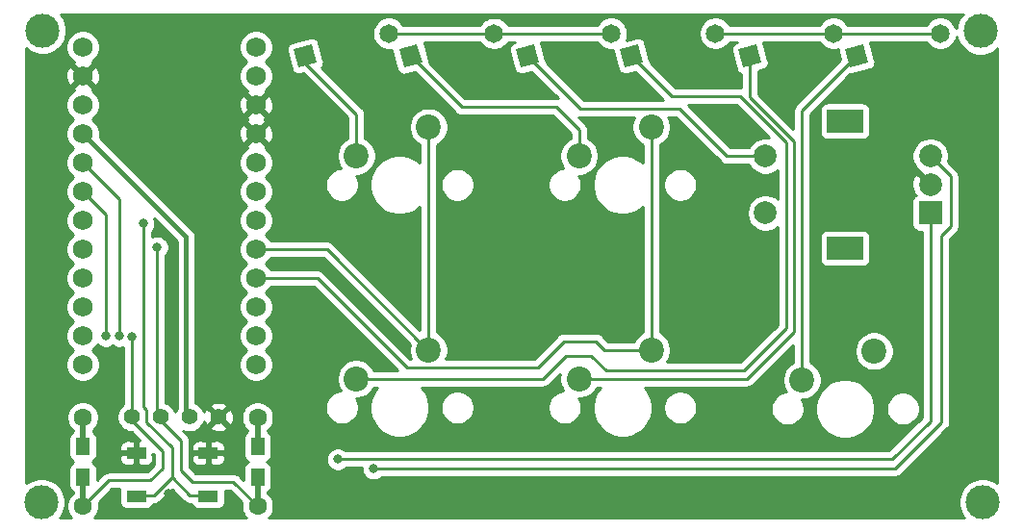
<source format=gbr>
%TF.GenerationSoftware,KiCad,Pcbnew,(5.1.6)-1*%
%TF.CreationDate,2020-10-14T18:33:49+03:00*%
%TF.ProjectId,aplx6.rev2,61706c78-362e-4726-9576-322e6b696361,rev?*%
%TF.SameCoordinates,Original*%
%TF.FileFunction,Copper,L2,Bot*%
%TF.FilePolarity,Positive*%
%FSLAX46Y46*%
G04 Gerber Fmt 4.6, Leading zero omitted, Abs format (unit mm)*
G04 Created by KiCad (PCBNEW (5.1.6)-1) date 2020-10-14 18:33:49*
%MOMM*%
%LPD*%
G01*
G04 APERTURE LIST*
%TA.AperFunction,ComponentPad*%
%ADD10C,1.752600*%
%TD*%
%TA.AperFunction,ComponentPad*%
%ADD11C,2.200000*%
%TD*%
%TA.AperFunction,ComponentPad*%
%ADD12C,0.100000*%
%TD*%
%TA.AperFunction,ComponentPad*%
%ADD13C,1.651000*%
%TD*%
%TA.AperFunction,ComponentPad*%
%ADD14C,2.000000*%
%TD*%
%TA.AperFunction,WasherPad*%
%ADD15R,3.200000X2.000000*%
%TD*%
%TA.AperFunction,ComponentPad*%
%ADD16R,2.000000X2.000000*%
%TD*%
%TA.AperFunction,SMDPad,CuDef*%
%ADD17R,1.700000X1.000000*%
%TD*%
%TA.AperFunction,ComponentPad*%
%ADD18C,1.397000*%
%TD*%
%TA.AperFunction,Conductor*%
%ADD19R,0.500000X2.900000*%
%TD*%
%TA.AperFunction,SMDPad,CuDef*%
%ADD20R,1.200000X1.500000*%
%TD*%
%TA.AperFunction,ComponentPad*%
%ADD21C,1.600000*%
%TD*%
%TA.AperFunction,ComponentPad*%
%ADD22C,3.000000*%
%TD*%
%TA.AperFunction,ViaPad*%
%ADD23C,0.800000*%
%TD*%
%TA.AperFunction,Conductor*%
%ADD24C,0.250000*%
%TD*%
%TA.AperFunction,Conductor*%
%ADD25C,0.400000*%
%TD*%
%TA.AperFunction,Conductor*%
%ADD26C,0.254000*%
%TD*%
G04 APERTURE END LIST*
D10*
%TO.P,U1,1*%
%TO.N,Net-(U1-Pad1)*%
X125730000Y-62970000D03*
%TO.P,U1,2*%
%TO.N,Net-(U1-Pad2)*%
X125730000Y-65510000D03*
%TO.P,U1,3*%
%TO.N,GND*%
X125730000Y-68050000D03*
%TO.P,U1,4*%
X125730000Y-70590000D03*
%TO.P,U1,5*%
%TO.N,SDA*%
X125730000Y-73130000D03*
%TO.P,U1,6*%
%TO.N,SCL*%
X125730000Y-75670000D03*
%TO.P,U1,7*%
%TO.N,Net-(U1-Pad7)*%
X125730000Y-78210000D03*
%TO.P,U1,8*%
%TO.N,col0*%
X125730000Y-80750000D03*
%TO.P,U1,9*%
%TO.N,col1*%
X125730000Y-83290000D03*
%TO.P,U1,10*%
%TO.N,col2*%
X125730000Y-85830000D03*
%TO.P,U1,11*%
%TO.N,row0*%
X125730000Y-88370000D03*
%TO.P,U1,13*%
%TO.N,Net-(U1-Pad13)*%
X110490000Y-90910000D03*
%TO.P,U1,14*%
%TO.N,Net-(U1-Pad14)*%
X110490000Y-88370000D03*
%TO.P,U1,15*%
%TO.N,Net-(U1-Pad15)*%
X110490000Y-85830000D03*
%TO.P,U1,16*%
%TO.N,Net-(U1-Pad16)*%
X110490000Y-83290000D03*
%TO.P,U1,17*%
%TO.N,Net-(U1-Pad17)*%
X110490000Y-80750000D03*
%TO.P,U1,18*%
%TO.N,Net-(U1-Pad18)*%
X110490000Y-78210000D03*
%TO.P,U1,19*%
%TO.N,ENC_B*%
X110490000Y-75670000D03*
%TO.P,U1,20*%
%TO.N,ENC_A*%
X110490000Y-73130000D03*
%TO.P,U1,21*%
%TO.N,VCC*%
X110490000Y-70590000D03*
%TO.P,U1,22*%
%TO.N,RESET*%
X110490000Y-68050000D03*
%TO.P,U1,23*%
%TO.N,GND*%
X110490000Y-65510000D03*
%TO.P,U1,12*%
%TO.N,row1*%
X125730000Y-90910000D03*
%TO.P,U1,24*%
%TO.N,Net-(U1-Pad24)*%
X110490000Y-62970000D03*
%TD*%
D11*
%TO.P,SW3,2*%
%TO.N,Net-(D3-Pad2)*%
X154150000Y-72540000D03*
%TO.P,SW3,1*%
%TO.N,col1*%
X160500000Y-70000000D03*
%TD*%
%TO.P,SW1,2*%
%TO.N,Net-(D1-Pad2)*%
X134550000Y-72540000D03*
%TO.P,SW1,1*%
%TO.N,col0*%
X140900000Y-70000000D03*
%TD*%
%TA.AperFunction,ComponentPad*%
D12*
%TO.P,D3,2*%
%TO.N,Net-(D3-Pad2)*%
G36*
X139903540Y-62725074D02*
G01*
X140330850Y-64319818D01*
X138736106Y-64747128D01*
X138308796Y-63152384D01*
X139903540Y-62725074D01*
G37*
%TD.AperFunction*%
D13*
%TO.P,D3,1*%
%TO.N,row0*%
X146680177Y-61763899D03*
%TD*%
%TA.AperFunction,ComponentPad*%
D12*
%TO.P,D5,2*%
%TO.N,Net-(D5-Pad2)*%
G36*
X150203540Y-62713074D02*
G01*
X150630850Y-64307818D01*
X149036106Y-64735128D01*
X148608796Y-63140384D01*
X150203540Y-62713074D01*
G37*
%TD.AperFunction*%
D13*
%TO.P,D5,1*%
%TO.N,row0*%
X156980177Y-61751899D03*
%TD*%
%TA.AperFunction,ComponentPad*%
D12*
%TO.P,D2,2*%
%TO.N,Net-(D2-Pad2)*%
G36*
X159352429Y-62713074D02*
G01*
X159779739Y-64307818D01*
X158184995Y-64735128D01*
X157757685Y-63140384D01*
X159352429Y-62713074D01*
G37*
%TD.AperFunction*%
D13*
%TO.P,D2,1*%
%TO.N,row1*%
X166129066Y-61751899D03*
%TD*%
%TA.AperFunction,ComponentPad*%
D12*
%TO.P,D4,2*%
%TO.N,Net-(D4-Pad2)*%
G36*
X169753540Y-62713074D02*
G01*
X170180850Y-64307818D01*
X168586106Y-64735128D01*
X168158796Y-63140384D01*
X169753540Y-62713074D01*
G37*
%TD.AperFunction*%
D13*
%TO.P,D4,1*%
%TO.N,row1*%
X176530177Y-61751899D03*
%TD*%
%TA.AperFunction,ComponentPad*%
D12*
%TO.P,D6,2*%
%TO.N,Net-(D6-Pad2)*%
G36*
X179148540Y-62713074D02*
G01*
X179575850Y-64307818D01*
X177981106Y-64735128D01*
X177553796Y-63140384D01*
X179148540Y-62713074D01*
G37*
%TD.AperFunction*%
D13*
%TO.P,D6,1*%
%TO.N,row1*%
X185925177Y-61751899D03*
%TD*%
%TA.AperFunction,ComponentPad*%
D12*
%TO.P,D1,2*%
%TO.N,Net-(D1-Pad2)*%
G36*
X130634540Y-62713074D02*
G01*
X131061850Y-64307818D01*
X129467106Y-64735128D01*
X129039796Y-63140384D01*
X130634540Y-62713074D01*
G37*
%TD.AperFunction*%
D13*
%TO.P,D1,1*%
%TO.N,row0*%
X137411177Y-61751899D03*
%TD*%
D14*
%TO.P,SW5,S1*%
%TO.N,Net-(D5-Pad2)*%
X170546000Y-72557000D03*
%TO.P,SW5,S2*%
%TO.N,col2*%
X170546000Y-77557000D03*
D15*
%TO.P,SW5,*%
%TO.N,*%
X177546000Y-69457000D03*
X177546000Y-80657000D03*
D14*
%TO.P,SW5,B*%
%TO.N,ENC_B*%
X185046000Y-72557000D03*
%TO.P,SW5,C*%
%TO.N,GND*%
X185046000Y-75057000D03*
D16*
%TO.P,SW5,A*%
%TO.N,ENC_A*%
X185046000Y-77557000D03*
%TD*%
D11*
%TO.P,SW6,2*%
%TO.N,Net-(D6-Pad2)*%
X173750000Y-92240000D03*
%TO.P,SW6,1*%
%TO.N,col2*%
X180100000Y-89700000D03*
%TD*%
%TO.P,SW2,2*%
%TO.N,Net-(D2-Pad2)*%
X134550000Y-92140000D03*
%TO.P,SW2,1*%
%TO.N,col0*%
X140900000Y-89600000D03*
%TD*%
%TO.P,SW4,2*%
%TO.N,Net-(D4-Pad2)*%
X154150000Y-92140000D03*
%TO.P,SW4,1*%
%TO.N,col1*%
X160500000Y-89600000D03*
%TD*%
D17*
%TO.P,SW7,3*%
%TO.N,RESET*%
X115214000Y-102484000D03*
%TO.P,SW7,4*%
X121514000Y-102484000D03*
%TO.P,SW7,1*%
%TO.N,GND*%
X115214000Y-98684000D03*
%TO.P,SW7,2*%
X121514000Y-98684000D03*
%TD*%
D18*
%TO.P,J1,4*%
%TO.N,GND*%
X122428000Y-95504000D03*
%TO.P,J1,3*%
%TO.N,VCC*%
X119888000Y-95504000D03*
%TO.P,J1,2*%
%TO.N,SCL*%
X117348000Y-95504000D03*
%TO.P,J1,1*%
%TO.N,SDA*%
X114808000Y-95504000D03*
%TD*%
D19*
%TO.N,SCL*%
%TO.C,R1*%
X125857000Y-101941000D03*
D20*
%TD*%
%TO.P,R1,2*%
%TO.N,SCL*%
X125857000Y-100791000D03*
%TO.P,R1,1*%
%TO.N,VCC*%
X125857000Y-98091000D03*
D19*
%TD*%
%TO.N,VCC*%
%TO.C,R1*%
X125857000Y-96941000D03*
D21*
%TO.P,R1,2*%
%TO.N,SCL*%
X125857000Y-103341000D03*
%TO.P,R1,1*%
%TO.N,VCC*%
X125857000Y-95541000D03*
%TD*%
%TO.P,R2,1*%
%TO.N,VCC*%
X110490000Y-95541000D03*
%TO.P,R2,2*%
%TO.N,SDA*%
X110490000Y-103341000D03*
D19*
%TD*%
%TO.N,VCC*%
%TO.C,R2*%
X110490000Y-96941000D03*
D20*
%TO.P,R2,1*%
%TO.N,VCC*%
X110490000Y-98091000D03*
%TO.P,R2,2*%
%TO.N,SDA*%
X110490000Y-100791000D03*
D19*
%TD*%
%TO.N,SDA*%
%TO.C,R2*%
X110490000Y-101941000D03*
D22*
%TO.P,U4,*%
%TO.N,*%
X189650000Y-103000000D03*
%TD*%
%TO.P,U4,*%
%TO.N,*%
X189450000Y-61550000D03*
%TD*%
%TO.P,U4,*%
%TO.N,*%
X106850000Y-103000000D03*
%TD*%
%TO.P,U4,*%
%TO.N,*%
X106950000Y-61500000D03*
%TD*%
D23*
%TO.N,SDA*%
X114808000Y-88455500D03*
%TO.N,SCL*%
X117040000Y-80572000D03*
%TO.N,GND*%
X118046500Y-102235000D03*
X112712500Y-98615500D03*
X144907000Y-65532000D03*
X155829000Y-65532000D03*
X172466000Y-68961000D03*
X167513000Y-69850000D03*
X130810000Y-81915000D03*
X170561000Y-75057000D03*
X118745000Y-75565000D03*
X121412000Y-85915500D03*
X118237000Y-85979000D03*
%TO.N,ENC_A*%
X132918200Y-99237800D03*
X113690400Y-88392000D03*
%TO.N,ENC_B*%
X136067800Y-100050600D03*
X112522000Y-88392000D03*
%TO.N,RESET*%
X115824000Y-78486000D03*
%TD*%
D24*
%TO.N,Net-(D1-Pad2)*%
X130050823Y-64366423D02*
X130050823Y-63724101D01*
X134550000Y-68865600D02*
X130050823Y-64366423D01*
X134550000Y-72540000D02*
X134550000Y-68865600D01*
%TO.N,row0*%
X137411177Y-61751899D02*
X156980177Y-61751899D01*
%TO.N,Net-(D2-Pad2)*%
X162331400Y-67286789D02*
X158768712Y-63724101D01*
X172364400Y-87706200D02*
X172364400Y-71374000D01*
X172364400Y-71374000D02*
X168277189Y-67286789D01*
X152984200Y-90144600D02*
X155219400Y-90144600D01*
X168630600Y-91440000D02*
X172364400Y-87706200D01*
X155219400Y-90144600D02*
X156514800Y-91440000D01*
X168277189Y-67286789D02*
X162331400Y-67286789D01*
X156514800Y-91440000D02*
X168630600Y-91440000D01*
X134550000Y-92140000D02*
X150988800Y-92140000D01*
X150988800Y-92140000D02*
X152984200Y-90144600D01*
%TO.N,row1*%
X166129066Y-61751899D02*
X185925177Y-61751899D01*
%TO.N,Net-(D3-Pad2)*%
X143808122Y-68224400D02*
X139319823Y-63736101D01*
X154150000Y-72540000D02*
X154150000Y-70228400D01*
X152146000Y-68224400D02*
X143808122Y-68224400D01*
X154150000Y-70228400D02*
X152146000Y-68224400D01*
%TO.N,Net-(D4-Pad2)*%
X169169823Y-67163423D02*
X169169823Y-63724101D01*
X169169823Y-67392023D02*
X169169823Y-67163423D01*
X154150000Y-92140000D02*
X168946600Y-92140000D01*
X173050200Y-71272400D02*
X169169823Y-67392023D01*
X168946600Y-92140000D02*
X173050200Y-88036400D01*
X173050200Y-88036400D02*
X173050200Y-71272400D01*
%TO.N,Net-(D5-Pad2)*%
X154247122Y-68351400D02*
X149619823Y-63724101D01*
X162941000Y-68351400D02*
X154247122Y-68351400D01*
X167146600Y-72557000D02*
X162941000Y-68351400D01*
X170546000Y-72557000D02*
X167146600Y-72557000D01*
%TO.N,Net-(D6-Pad2)*%
X173750000Y-68538924D02*
X178564823Y-63724101D01*
X173750000Y-92240000D02*
X173750000Y-68538924D01*
%TO.N,SDA*%
X114500000Y-95500000D02*
X117500400Y-98500400D01*
X117500400Y-98500400D02*
X117500400Y-100025200D01*
X110490000Y-103341000D02*
X112739000Y-101092000D01*
X116433600Y-101092000D02*
X117500400Y-100025200D01*
X112739000Y-101092000D02*
X116433600Y-101092000D01*
X114808000Y-88455500D02*
X114744500Y-88455500D01*
%TO.N,SCL*%
X119126000Y-97586000D02*
X119126000Y-100228400D01*
X119126000Y-100228400D02*
X120116600Y-101219000D01*
X117040000Y-95500000D02*
X119126000Y-97586000D01*
X120116600Y-101219000D02*
X123735000Y-101219000D01*
X123735000Y-101219000D02*
X125857000Y-103341000D01*
X117040000Y-80572000D02*
X117040000Y-80572000D01*
X117040000Y-95196000D02*
X117348000Y-95504000D01*
X117040000Y-80572000D02*
X117040000Y-95196000D01*
%TO.N,SDA*%
X114808000Y-95504000D02*
X114808000Y-88455500D01*
D25*
%TO.N,VCC*%
X119580000Y-95500000D02*
X119580000Y-79680000D01*
X119580000Y-79680000D02*
X110490000Y-70590000D01*
D24*
%TO.N,col0*%
X125730000Y-80750000D02*
X131956400Y-80750000D01*
X140900000Y-70000000D02*
X140900000Y-89600000D01*
X131956400Y-80750000D02*
X140806400Y-89600000D01*
X140806400Y-89600000D02*
X140900000Y-89600000D01*
%TO.N,col1*%
X131118200Y-83290000D02*
X138988800Y-91160600D01*
X125730000Y-83290000D02*
X131118200Y-83290000D01*
X150495000Y-91160600D02*
X138988800Y-91160600D01*
X155625800Y-88849200D02*
X152806400Y-88849200D01*
X152806400Y-88849200D02*
X150495000Y-91160600D01*
X156376600Y-89600000D02*
X155625800Y-88849200D01*
X160500000Y-89600000D02*
X156376600Y-89600000D01*
X160500000Y-70000000D02*
X160500000Y-89600000D01*
%TO.N,ENC_A*%
X133985000Y-99237800D02*
X132918200Y-99237800D01*
X185039000Y-95859600D02*
X181679200Y-99219400D01*
X181660800Y-99237800D02*
X133985000Y-99237800D01*
X185046000Y-77557000D02*
X185046000Y-95827200D01*
X113690400Y-88392000D02*
X113690400Y-88392000D01*
X113690400Y-76330400D02*
X113690400Y-88392000D01*
X110490000Y-73130000D02*
X113690400Y-76330400D01*
%TO.N,ENC_B*%
X181940200Y-100050600D02*
X136067800Y-100050600D01*
X186029600Y-95961200D02*
X181940200Y-100050600D01*
X186817000Y-78740000D02*
X186029600Y-79527400D01*
X186029600Y-79527400D02*
X186029600Y-95961200D01*
X186817000Y-78740000D02*
X186817000Y-74328000D01*
X186817000Y-74328000D02*
X185046000Y-72557000D01*
X112522000Y-88392000D02*
X112522000Y-88392000D01*
X110490000Y-75670000D02*
X112522000Y-77702000D01*
X112522000Y-77702000D02*
X112522000Y-88392000D01*
%TO.N,RESET*%
X115150000Y-102407000D02*
X116769600Y-102407000D01*
X121450000Y-102407000D02*
X119896000Y-102407000D01*
X118332800Y-98405400D02*
X118332800Y-98393800D01*
X119896000Y-102407000D02*
X118332800Y-100843800D01*
X118332800Y-98405400D02*
X118332800Y-100843800D01*
X118332800Y-100843800D02*
X116769600Y-102407000D01*
X115824000Y-78486000D02*
X115824000Y-78486000D01*
X118332800Y-98203300D02*
X116078000Y-95948500D01*
X118332800Y-98405400D02*
X118332800Y-98203300D01*
X115824000Y-78486000D02*
X115824000Y-94615000D01*
X116078000Y-94869000D02*
X116078000Y-95948500D01*
X115824000Y-94615000D02*
X116078000Y-94869000D01*
%TD*%
D26*
%TO.N,GND*%
G36*
X113738188Y-101859518D02*
G01*
X113725928Y-101984000D01*
X113725928Y-102984000D01*
X113738188Y-103108482D01*
X113774498Y-103228180D01*
X113833463Y-103338494D01*
X113912815Y-103435185D01*
X114009506Y-103514537D01*
X114119820Y-103573502D01*
X114239518Y-103609812D01*
X114364000Y-103622072D01*
X116064000Y-103622072D01*
X116188482Y-103609812D01*
X116308180Y-103573502D01*
X116418494Y-103514537D01*
X116515185Y-103435185D01*
X116594537Y-103338494D01*
X116653502Y-103228180D01*
X116672061Y-103167000D01*
X116732278Y-103167000D01*
X116769600Y-103170676D01*
X116806922Y-103167000D01*
X116806933Y-103167000D01*
X116918586Y-103156003D01*
X117061847Y-103112546D01*
X117193876Y-103041974D01*
X117309601Y-102947001D01*
X117333404Y-102917997D01*
X118332800Y-101918602D01*
X119332201Y-102918003D01*
X119355999Y-102947001D01*
X119471724Y-103041974D01*
X119603753Y-103112546D01*
X119747014Y-103156003D01*
X119858667Y-103167000D01*
X119858675Y-103167000D01*
X119896000Y-103170676D01*
X119933325Y-103167000D01*
X120055939Y-103167000D01*
X120074498Y-103228180D01*
X120133463Y-103338494D01*
X120212815Y-103435185D01*
X120309506Y-103514537D01*
X120419820Y-103573502D01*
X120539518Y-103609812D01*
X120664000Y-103622072D01*
X122364000Y-103622072D01*
X122488482Y-103609812D01*
X122608180Y-103573502D01*
X122718494Y-103514537D01*
X122815185Y-103435185D01*
X122894537Y-103338494D01*
X122953502Y-103228180D01*
X122989812Y-103108482D01*
X123002072Y-102984000D01*
X123002072Y-101984000D01*
X123001580Y-101979000D01*
X123420199Y-101979000D01*
X124458312Y-103017114D01*
X124422000Y-103199665D01*
X124422000Y-103482335D01*
X124477147Y-103759574D01*
X124585320Y-104020727D01*
X124742363Y-104255759D01*
X124876604Y-104390000D01*
X111470396Y-104390000D01*
X111604637Y-104255759D01*
X111761680Y-104020727D01*
X111869853Y-103759574D01*
X111925000Y-103482335D01*
X111925000Y-103199665D01*
X111888688Y-103017114D01*
X113053802Y-101852000D01*
X113740469Y-101852000D01*
X113738188Y-101859518D01*
G37*
X113738188Y-101859518D02*
X113725928Y-101984000D01*
X113725928Y-102984000D01*
X113738188Y-103108482D01*
X113774498Y-103228180D01*
X113833463Y-103338494D01*
X113912815Y-103435185D01*
X114009506Y-103514537D01*
X114119820Y-103573502D01*
X114239518Y-103609812D01*
X114364000Y-103622072D01*
X116064000Y-103622072D01*
X116188482Y-103609812D01*
X116308180Y-103573502D01*
X116418494Y-103514537D01*
X116515185Y-103435185D01*
X116594537Y-103338494D01*
X116653502Y-103228180D01*
X116672061Y-103167000D01*
X116732278Y-103167000D01*
X116769600Y-103170676D01*
X116806922Y-103167000D01*
X116806933Y-103167000D01*
X116918586Y-103156003D01*
X117061847Y-103112546D01*
X117193876Y-103041974D01*
X117309601Y-102947001D01*
X117333404Y-102917997D01*
X118332800Y-101918602D01*
X119332201Y-102918003D01*
X119355999Y-102947001D01*
X119471724Y-103041974D01*
X119603753Y-103112546D01*
X119747014Y-103156003D01*
X119858667Y-103167000D01*
X119858675Y-103167000D01*
X119896000Y-103170676D01*
X119933325Y-103167000D01*
X120055939Y-103167000D01*
X120074498Y-103228180D01*
X120133463Y-103338494D01*
X120212815Y-103435185D01*
X120309506Y-103514537D01*
X120419820Y-103573502D01*
X120539518Y-103609812D01*
X120664000Y-103622072D01*
X122364000Y-103622072D01*
X122488482Y-103609812D01*
X122608180Y-103573502D01*
X122718494Y-103514537D01*
X122815185Y-103435185D01*
X122894537Y-103338494D01*
X122953502Y-103228180D01*
X122989812Y-103108482D01*
X123002072Y-102984000D01*
X123002072Y-101984000D01*
X123001580Y-101979000D01*
X123420199Y-101979000D01*
X124458312Y-103017114D01*
X124422000Y-103199665D01*
X124422000Y-103482335D01*
X124477147Y-103759574D01*
X124585320Y-104020727D01*
X124742363Y-104255759D01*
X124876604Y-104390000D01*
X111470396Y-104390000D01*
X111604637Y-104255759D01*
X111761680Y-104020727D01*
X111869853Y-103759574D01*
X111925000Y-103482335D01*
X111925000Y-103199665D01*
X111888688Y-103017114D01*
X113053802Y-101852000D01*
X113740469Y-101852000D01*
X113738188Y-101859518D01*
G36*
X187791637Y-60189017D02*
G01*
X187557988Y-60538698D01*
X187397047Y-60927244D01*
X187321580Y-61306643D01*
X187219456Y-61060093D01*
X187059622Y-60820884D01*
X186856192Y-60617454D01*
X186616983Y-60457620D01*
X186351189Y-60347525D01*
X186069024Y-60291399D01*
X185781330Y-60291399D01*
X185499165Y-60347525D01*
X185233371Y-60457620D01*
X184994162Y-60617454D01*
X184790732Y-60820884D01*
X184676464Y-60991899D01*
X177778890Y-60991899D01*
X177664622Y-60820884D01*
X177461192Y-60617454D01*
X177221983Y-60457620D01*
X176956189Y-60347525D01*
X176674024Y-60291399D01*
X176386330Y-60291399D01*
X176104165Y-60347525D01*
X175838371Y-60457620D01*
X175599162Y-60617454D01*
X175395732Y-60820884D01*
X175281464Y-60991899D01*
X167377779Y-60991899D01*
X167263511Y-60820884D01*
X167060081Y-60617454D01*
X166820872Y-60457620D01*
X166555078Y-60347525D01*
X166272913Y-60291399D01*
X165985219Y-60291399D01*
X165703054Y-60347525D01*
X165437260Y-60457620D01*
X165198051Y-60617454D01*
X164994621Y-60820884D01*
X164834787Y-61060093D01*
X164724692Y-61325887D01*
X164668566Y-61608052D01*
X164668566Y-61895746D01*
X164724692Y-62177911D01*
X164834787Y-62443705D01*
X164994621Y-62682914D01*
X165198051Y-62886344D01*
X165437260Y-63046178D01*
X165703054Y-63156273D01*
X165985219Y-63212399D01*
X166272913Y-63212399D01*
X166555078Y-63156273D01*
X166820872Y-63046178D01*
X167060081Y-62886344D01*
X167263511Y-62682914D01*
X167377779Y-62511899D01*
X168039014Y-62511899D01*
X167993651Y-62524054D01*
X167876584Y-62568115D01*
X167770362Y-62634167D01*
X167679068Y-62719674D01*
X167606210Y-62821348D01*
X167554586Y-62935282D01*
X167526183Y-63057099D01*
X167522090Y-63182116D01*
X167542466Y-63305529D01*
X167969776Y-64900273D01*
X168013837Y-65017340D01*
X168079889Y-65123562D01*
X168165396Y-65214856D01*
X168267070Y-65287714D01*
X168381004Y-65339338D01*
X168409824Y-65346058D01*
X168409823Y-66536175D01*
X168314522Y-66526789D01*
X168314511Y-66526789D01*
X168277189Y-66523113D01*
X168239867Y-66526789D01*
X162646202Y-66526789D01*
X160415464Y-64296052D01*
X160416445Y-64266086D01*
X160396069Y-64142673D01*
X159968759Y-62547929D01*
X159924698Y-62430862D01*
X159858646Y-62324640D01*
X159773139Y-62233346D01*
X159671465Y-62160488D01*
X159557531Y-62108864D01*
X159435714Y-62080461D01*
X159310697Y-62076368D01*
X159187284Y-62096744D01*
X158322152Y-62328555D01*
X158384551Y-62177911D01*
X158440677Y-61895746D01*
X158440677Y-61608052D01*
X158384551Y-61325887D01*
X158274456Y-61060093D01*
X158114622Y-60820884D01*
X157911192Y-60617454D01*
X157671983Y-60457620D01*
X157406189Y-60347525D01*
X157124024Y-60291399D01*
X156836330Y-60291399D01*
X156554165Y-60347525D01*
X156288371Y-60457620D01*
X156049162Y-60617454D01*
X155845732Y-60820884D01*
X155731464Y-60991899D01*
X147920872Y-60991899D01*
X147814622Y-60832884D01*
X147611192Y-60629454D01*
X147371983Y-60469620D01*
X147106189Y-60359525D01*
X146824024Y-60303399D01*
X146536330Y-60303399D01*
X146254165Y-60359525D01*
X145988371Y-60469620D01*
X145749162Y-60629454D01*
X145545732Y-60832884D01*
X145439482Y-60991899D01*
X138659890Y-60991899D01*
X138545622Y-60820884D01*
X138342192Y-60617454D01*
X138102983Y-60457620D01*
X137837189Y-60347525D01*
X137555024Y-60291399D01*
X137267330Y-60291399D01*
X136985165Y-60347525D01*
X136719371Y-60457620D01*
X136480162Y-60617454D01*
X136276732Y-60820884D01*
X136116898Y-61060093D01*
X136006803Y-61325887D01*
X135950677Y-61608052D01*
X135950677Y-61895746D01*
X136006803Y-62177911D01*
X136116898Y-62443705D01*
X136276732Y-62682914D01*
X136480162Y-62886344D01*
X136719371Y-63046178D01*
X136985165Y-63156273D01*
X137267330Y-63212399D01*
X137555024Y-63212399D01*
X137672255Y-63189080D01*
X137672090Y-63194116D01*
X137692466Y-63317529D01*
X138119776Y-64912273D01*
X138163837Y-65029340D01*
X138229889Y-65135562D01*
X138315396Y-65226856D01*
X138417070Y-65299714D01*
X138531004Y-65351338D01*
X138652821Y-65379741D01*
X138777838Y-65383834D01*
X138901251Y-65363458D01*
X139667155Y-65158235D01*
X143244322Y-68735402D01*
X143268121Y-68764401D01*
X143383846Y-68859374D01*
X143515875Y-68929946D01*
X143659136Y-68973403D01*
X143770789Y-68984400D01*
X143770798Y-68984400D01*
X143808121Y-68988076D01*
X143845444Y-68984400D01*
X151831199Y-68984400D01*
X153390001Y-70543203D01*
X153390001Y-70976851D01*
X153328169Y-71002463D01*
X153044002Y-71192337D01*
X152802337Y-71434002D01*
X152612463Y-71718169D01*
X152481675Y-72033919D01*
X152415000Y-72369117D01*
X152415000Y-72710883D01*
X152481675Y-73046081D01*
X152612463Y-73361831D01*
X152768261Y-73595000D01*
X152733740Y-73595000D01*
X152446842Y-73652068D01*
X152176589Y-73764010D01*
X151933368Y-73926525D01*
X151726525Y-74133368D01*
X151564010Y-74376589D01*
X151452068Y-74646842D01*
X151395000Y-74933740D01*
X151395000Y-75226260D01*
X151452068Y-75513158D01*
X151564010Y-75783411D01*
X151726525Y-76026632D01*
X151933368Y-76233475D01*
X152176589Y-76395990D01*
X152446842Y-76507932D01*
X152733740Y-76565000D01*
X153026260Y-76565000D01*
X153313158Y-76507932D01*
X153583411Y-76395990D01*
X153826632Y-76233475D01*
X154033475Y-76026632D01*
X154195990Y-75783411D01*
X154307932Y-75513158D01*
X154365000Y-75226260D01*
X154365000Y-74933740D01*
X154307932Y-74646842D01*
X154195990Y-74376589D01*
X154128110Y-74275000D01*
X154320883Y-74275000D01*
X154656081Y-74208325D01*
X154971831Y-74077537D01*
X155255998Y-73887663D01*
X155497663Y-73645998D01*
X155687537Y-73361831D01*
X155818325Y-73046081D01*
X155885000Y-72710883D01*
X155885000Y-72369117D01*
X155818325Y-72033919D01*
X155687537Y-71718169D01*
X155497663Y-71434002D01*
X155255998Y-71192337D01*
X154971831Y-71002463D01*
X154910000Y-70976852D01*
X154910000Y-70265722D01*
X154913676Y-70228400D01*
X154910000Y-70191077D01*
X154910000Y-70191067D01*
X154899003Y-70079414D01*
X154855546Y-69936153D01*
X154810038Y-69851014D01*
X154784974Y-69804123D01*
X154713799Y-69717397D01*
X154690001Y-69688399D01*
X154661003Y-69664601D01*
X154096225Y-69099823D01*
X154098136Y-69100403D01*
X154209789Y-69111400D01*
X154209799Y-69111400D01*
X154247121Y-69115076D01*
X154284444Y-69111400D01*
X159007077Y-69111400D01*
X158962463Y-69178169D01*
X158831675Y-69493919D01*
X158765000Y-69829117D01*
X158765000Y-70170883D01*
X158831675Y-70506081D01*
X158962463Y-70821831D01*
X159152337Y-71105998D01*
X159394002Y-71347663D01*
X159678169Y-71537537D01*
X159740000Y-71563148D01*
X159740000Y-73133547D01*
X159639715Y-73033262D01*
X159208141Y-72744893D01*
X158728601Y-72546261D01*
X158219525Y-72445000D01*
X157700475Y-72445000D01*
X157191399Y-72546261D01*
X156711859Y-72744893D01*
X156280285Y-73033262D01*
X155913262Y-73400285D01*
X155624893Y-73831859D01*
X155426261Y-74311399D01*
X155325000Y-74820475D01*
X155325000Y-75339525D01*
X155426261Y-75848601D01*
X155624893Y-76328141D01*
X155913262Y-76759715D01*
X156280285Y-77126738D01*
X156711859Y-77415107D01*
X157191399Y-77613739D01*
X157700475Y-77715000D01*
X158219525Y-77715000D01*
X158728601Y-77613739D01*
X159208141Y-77415107D01*
X159639715Y-77126738D01*
X159740000Y-77026453D01*
X159740001Y-88036851D01*
X159678169Y-88062463D01*
X159394002Y-88252337D01*
X159152337Y-88494002D01*
X158962463Y-88778169D01*
X158936852Y-88840000D01*
X156691402Y-88840000D01*
X156189603Y-88338202D01*
X156165801Y-88309199D01*
X156050076Y-88214226D01*
X155918047Y-88143654D01*
X155774786Y-88100197D01*
X155663133Y-88089200D01*
X155663122Y-88089200D01*
X155625800Y-88085524D01*
X155588478Y-88089200D01*
X152843722Y-88089200D01*
X152806399Y-88085524D01*
X152769076Y-88089200D01*
X152769067Y-88089200D01*
X152657414Y-88100197D01*
X152514153Y-88143654D01*
X152382124Y-88214226D01*
X152266399Y-88309199D01*
X152242601Y-88338197D01*
X150180199Y-90400600D01*
X142446331Y-90400600D01*
X142568325Y-90106081D01*
X142635000Y-89770883D01*
X142635000Y-89429117D01*
X142568325Y-89093919D01*
X142437537Y-88778169D01*
X142247663Y-88494002D01*
X142005998Y-88252337D01*
X141721831Y-88062463D01*
X141660000Y-88036852D01*
X141660000Y-74933740D01*
X141955000Y-74933740D01*
X141955000Y-75226260D01*
X142012068Y-75513158D01*
X142124010Y-75783411D01*
X142286525Y-76026632D01*
X142493368Y-76233475D01*
X142736589Y-76395990D01*
X143006842Y-76507932D01*
X143293740Y-76565000D01*
X143586260Y-76565000D01*
X143873158Y-76507932D01*
X144143411Y-76395990D01*
X144386632Y-76233475D01*
X144593475Y-76026632D01*
X144755990Y-75783411D01*
X144867932Y-75513158D01*
X144925000Y-75226260D01*
X144925000Y-74933740D01*
X144867932Y-74646842D01*
X144755990Y-74376589D01*
X144593475Y-74133368D01*
X144386632Y-73926525D01*
X144143411Y-73764010D01*
X143873158Y-73652068D01*
X143586260Y-73595000D01*
X143293740Y-73595000D01*
X143006842Y-73652068D01*
X142736589Y-73764010D01*
X142493368Y-73926525D01*
X142286525Y-74133368D01*
X142124010Y-74376589D01*
X142012068Y-74646842D01*
X141955000Y-74933740D01*
X141660000Y-74933740D01*
X141660000Y-71563148D01*
X141721831Y-71537537D01*
X142005998Y-71347663D01*
X142247663Y-71105998D01*
X142437537Y-70821831D01*
X142568325Y-70506081D01*
X142635000Y-70170883D01*
X142635000Y-69829117D01*
X142568325Y-69493919D01*
X142437537Y-69178169D01*
X142247663Y-68894002D01*
X142005998Y-68652337D01*
X141721831Y-68462463D01*
X141406081Y-68331675D01*
X141070883Y-68265000D01*
X140729117Y-68265000D01*
X140393919Y-68331675D01*
X140078169Y-68462463D01*
X139794002Y-68652337D01*
X139552337Y-68894002D01*
X139362463Y-69178169D01*
X139231675Y-69493919D01*
X139165000Y-69829117D01*
X139165000Y-70170883D01*
X139231675Y-70506081D01*
X139362463Y-70821831D01*
X139552337Y-71105998D01*
X139794002Y-71347663D01*
X140078169Y-71537537D01*
X140140000Y-71563148D01*
X140140000Y-73133547D01*
X140039715Y-73033262D01*
X139608141Y-72744893D01*
X139128601Y-72546261D01*
X138619525Y-72445000D01*
X138100475Y-72445000D01*
X137591399Y-72546261D01*
X137111859Y-72744893D01*
X136680285Y-73033262D01*
X136313262Y-73400285D01*
X136024893Y-73831859D01*
X135826261Y-74311399D01*
X135725000Y-74820475D01*
X135725000Y-75339525D01*
X135826261Y-75848601D01*
X136024893Y-76328141D01*
X136313262Y-76759715D01*
X136680285Y-77126738D01*
X137111859Y-77415107D01*
X137591399Y-77613739D01*
X138100475Y-77715000D01*
X138619525Y-77715000D01*
X139128601Y-77613739D01*
X139608141Y-77415107D01*
X140039715Y-77126738D01*
X140140000Y-77026453D01*
X140140001Y-87858799D01*
X132520204Y-80239003D01*
X132496401Y-80209999D01*
X132380676Y-80115026D01*
X132248647Y-80044454D01*
X132105386Y-80000997D01*
X131993733Y-79990000D01*
X131993722Y-79990000D01*
X131956400Y-79986324D01*
X131919078Y-79990000D01*
X127039810Y-79990000D01*
X126903904Y-79786602D01*
X126693398Y-79576096D01*
X126549580Y-79480000D01*
X126693398Y-79383904D01*
X126903904Y-79173398D01*
X127069297Y-78925869D01*
X127183222Y-78650830D01*
X127241300Y-78358850D01*
X127241300Y-78061150D01*
X127183222Y-77769170D01*
X127069297Y-77494131D01*
X126903904Y-77246602D01*
X126693398Y-77036096D01*
X126549580Y-76940000D01*
X126693398Y-76843904D01*
X126903904Y-76633398D01*
X127069297Y-76385869D01*
X127183222Y-76110830D01*
X127241300Y-75818850D01*
X127241300Y-75521150D01*
X127183222Y-75229170D01*
X127069297Y-74954131D01*
X126903904Y-74706602D01*
X126693398Y-74496096D01*
X126549580Y-74400000D01*
X126693398Y-74303904D01*
X126903904Y-74093398D01*
X127069297Y-73845869D01*
X127183222Y-73570830D01*
X127241300Y-73278850D01*
X127241300Y-72981150D01*
X127183222Y-72689170D01*
X127069297Y-72414131D01*
X126903904Y-72166602D01*
X126693398Y-71956096D01*
X126530191Y-71847045D01*
X126597563Y-71637169D01*
X125730000Y-70769605D01*
X124862437Y-71637169D01*
X124929809Y-71847045D01*
X124766602Y-71956096D01*
X124556096Y-72166602D01*
X124390703Y-72414131D01*
X124276778Y-72689170D01*
X124218700Y-72981150D01*
X124218700Y-73278850D01*
X124276778Y-73570830D01*
X124390703Y-73845869D01*
X124556096Y-74093398D01*
X124766602Y-74303904D01*
X124910420Y-74400000D01*
X124766602Y-74496096D01*
X124556096Y-74706602D01*
X124390703Y-74954131D01*
X124276778Y-75229170D01*
X124218700Y-75521150D01*
X124218700Y-75818850D01*
X124276778Y-76110830D01*
X124390703Y-76385869D01*
X124556096Y-76633398D01*
X124766602Y-76843904D01*
X124910420Y-76940000D01*
X124766602Y-77036096D01*
X124556096Y-77246602D01*
X124390703Y-77494131D01*
X124276778Y-77769170D01*
X124218700Y-78061150D01*
X124218700Y-78358850D01*
X124276778Y-78650830D01*
X124390703Y-78925869D01*
X124556096Y-79173398D01*
X124766602Y-79383904D01*
X124910420Y-79480000D01*
X124766602Y-79576096D01*
X124556096Y-79786602D01*
X124390703Y-80034131D01*
X124276778Y-80309170D01*
X124218700Y-80601150D01*
X124218700Y-80898850D01*
X124276778Y-81190830D01*
X124390703Y-81465869D01*
X124556096Y-81713398D01*
X124766602Y-81923904D01*
X124910420Y-82020000D01*
X124766602Y-82116096D01*
X124556096Y-82326602D01*
X124390703Y-82574131D01*
X124276778Y-82849170D01*
X124218700Y-83141150D01*
X124218700Y-83438850D01*
X124276778Y-83730830D01*
X124390703Y-84005869D01*
X124556096Y-84253398D01*
X124766602Y-84463904D01*
X124910420Y-84560000D01*
X124766602Y-84656096D01*
X124556096Y-84866602D01*
X124390703Y-85114131D01*
X124276778Y-85389170D01*
X124218700Y-85681150D01*
X124218700Y-85978850D01*
X124276778Y-86270830D01*
X124390703Y-86545869D01*
X124556096Y-86793398D01*
X124766602Y-87003904D01*
X124910420Y-87100000D01*
X124766602Y-87196096D01*
X124556096Y-87406602D01*
X124390703Y-87654131D01*
X124276778Y-87929170D01*
X124218700Y-88221150D01*
X124218700Y-88518850D01*
X124276778Y-88810830D01*
X124390703Y-89085869D01*
X124556096Y-89333398D01*
X124766602Y-89543904D01*
X124910420Y-89640000D01*
X124766602Y-89736096D01*
X124556096Y-89946602D01*
X124390703Y-90194131D01*
X124276778Y-90469170D01*
X124218700Y-90761150D01*
X124218700Y-91058850D01*
X124276778Y-91350830D01*
X124390703Y-91625869D01*
X124556096Y-91873398D01*
X124766602Y-92083904D01*
X125014131Y-92249297D01*
X125289170Y-92363222D01*
X125581150Y-92421300D01*
X125878850Y-92421300D01*
X126170830Y-92363222D01*
X126445869Y-92249297D01*
X126693398Y-92083904D01*
X126903904Y-91873398D01*
X127069297Y-91625869D01*
X127183222Y-91350830D01*
X127241300Y-91058850D01*
X127241300Y-90761150D01*
X127183222Y-90469170D01*
X127069297Y-90194131D01*
X126903904Y-89946602D01*
X126693398Y-89736096D01*
X126549580Y-89640000D01*
X126693398Y-89543904D01*
X126903904Y-89333398D01*
X127069297Y-89085869D01*
X127183222Y-88810830D01*
X127241300Y-88518850D01*
X127241300Y-88221150D01*
X127183222Y-87929170D01*
X127069297Y-87654131D01*
X126903904Y-87406602D01*
X126693398Y-87196096D01*
X126549580Y-87100000D01*
X126693398Y-87003904D01*
X126903904Y-86793398D01*
X127069297Y-86545869D01*
X127183222Y-86270830D01*
X127241300Y-85978850D01*
X127241300Y-85681150D01*
X127183222Y-85389170D01*
X127069297Y-85114131D01*
X126903904Y-84866602D01*
X126693398Y-84656096D01*
X126549580Y-84560000D01*
X126693398Y-84463904D01*
X126903904Y-84253398D01*
X127039810Y-84050000D01*
X130803399Y-84050000D01*
X138133398Y-91380000D01*
X136113148Y-91380000D01*
X136087537Y-91318169D01*
X135897663Y-91034002D01*
X135655998Y-90792337D01*
X135371831Y-90602463D01*
X135056081Y-90471675D01*
X134720883Y-90405000D01*
X134379117Y-90405000D01*
X134043919Y-90471675D01*
X133728169Y-90602463D01*
X133444002Y-90792337D01*
X133202337Y-91034002D01*
X133012463Y-91318169D01*
X132881675Y-91633919D01*
X132815000Y-91969117D01*
X132815000Y-92310883D01*
X132881675Y-92646081D01*
X133012463Y-92961831D01*
X133168261Y-93195000D01*
X133133740Y-93195000D01*
X132846842Y-93252068D01*
X132576589Y-93364010D01*
X132333368Y-93526525D01*
X132126525Y-93733368D01*
X131964010Y-93976589D01*
X131852068Y-94246842D01*
X131795000Y-94533740D01*
X131795000Y-94826260D01*
X131852068Y-95113158D01*
X131964010Y-95383411D01*
X132126525Y-95626632D01*
X132333368Y-95833475D01*
X132576589Y-95995990D01*
X132846842Y-96107932D01*
X133133740Y-96165000D01*
X133426260Y-96165000D01*
X133713158Y-96107932D01*
X133983411Y-95995990D01*
X134226632Y-95833475D01*
X134433475Y-95626632D01*
X134595990Y-95383411D01*
X134707932Y-95113158D01*
X134765000Y-94826260D01*
X134765000Y-94533740D01*
X134707932Y-94246842D01*
X134595990Y-93976589D01*
X134528110Y-93875000D01*
X134720883Y-93875000D01*
X135056081Y-93808325D01*
X135371831Y-93677537D01*
X135655998Y-93487663D01*
X135897663Y-93245998D01*
X136087537Y-92961831D01*
X136113148Y-92900000D01*
X136413547Y-92900000D01*
X136313262Y-93000285D01*
X136024893Y-93431859D01*
X135826261Y-93911399D01*
X135725000Y-94420475D01*
X135725000Y-94939525D01*
X135826261Y-95448601D01*
X136024893Y-95928141D01*
X136313262Y-96359715D01*
X136680285Y-96726738D01*
X137111859Y-97015107D01*
X137591399Y-97213739D01*
X138100475Y-97315000D01*
X138619525Y-97315000D01*
X139128601Y-97213739D01*
X139608141Y-97015107D01*
X140039715Y-96726738D01*
X140406738Y-96359715D01*
X140695107Y-95928141D01*
X140893739Y-95448601D01*
X140995000Y-94939525D01*
X140995000Y-94533740D01*
X141955000Y-94533740D01*
X141955000Y-94826260D01*
X142012068Y-95113158D01*
X142124010Y-95383411D01*
X142286525Y-95626632D01*
X142493368Y-95833475D01*
X142736589Y-95995990D01*
X143006842Y-96107932D01*
X143293740Y-96165000D01*
X143586260Y-96165000D01*
X143873158Y-96107932D01*
X144143411Y-95995990D01*
X144386632Y-95833475D01*
X144593475Y-95626632D01*
X144755990Y-95383411D01*
X144867932Y-95113158D01*
X144925000Y-94826260D01*
X144925000Y-94533740D01*
X144867932Y-94246842D01*
X144755990Y-93976589D01*
X144593475Y-93733368D01*
X144386632Y-93526525D01*
X144143411Y-93364010D01*
X143873158Y-93252068D01*
X143586260Y-93195000D01*
X143293740Y-93195000D01*
X143006842Y-93252068D01*
X142736589Y-93364010D01*
X142493368Y-93526525D01*
X142286525Y-93733368D01*
X142124010Y-93976589D01*
X142012068Y-94246842D01*
X141955000Y-94533740D01*
X140995000Y-94533740D01*
X140995000Y-94420475D01*
X140893739Y-93911399D01*
X140695107Y-93431859D01*
X140406738Y-93000285D01*
X140306453Y-92900000D01*
X150951478Y-92900000D01*
X150988800Y-92903676D01*
X151026122Y-92900000D01*
X151026133Y-92900000D01*
X151137786Y-92889003D01*
X151281047Y-92845546D01*
X151413076Y-92774974D01*
X151528801Y-92680001D01*
X151552604Y-92650997D01*
X152459823Y-91743779D01*
X152415000Y-91969117D01*
X152415000Y-92310883D01*
X152481675Y-92646081D01*
X152612463Y-92961831D01*
X152768261Y-93195000D01*
X152733740Y-93195000D01*
X152446842Y-93252068D01*
X152176589Y-93364010D01*
X151933368Y-93526525D01*
X151726525Y-93733368D01*
X151564010Y-93976589D01*
X151452068Y-94246842D01*
X151395000Y-94533740D01*
X151395000Y-94826260D01*
X151452068Y-95113158D01*
X151564010Y-95383411D01*
X151726525Y-95626632D01*
X151933368Y-95833475D01*
X152176589Y-95995990D01*
X152446842Y-96107932D01*
X152733740Y-96165000D01*
X153026260Y-96165000D01*
X153313158Y-96107932D01*
X153583411Y-95995990D01*
X153826632Y-95833475D01*
X154033475Y-95626632D01*
X154195990Y-95383411D01*
X154307932Y-95113158D01*
X154365000Y-94826260D01*
X154365000Y-94533740D01*
X154307932Y-94246842D01*
X154195990Y-93976589D01*
X154128110Y-93875000D01*
X154320883Y-93875000D01*
X154656081Y-93808325D01*
X154971831Y-93677537D01*
X155255998Y-93487663D01*
X155497663Y-93245998D01*
X155687537Y-92961831D01*
X155713148Y-92900000D01*
X156013547Y-92900000D01*
X155913262Y-93000285D01*
X155624893Y-93431859D01*
X155426261Y-93911399D01*
X155325000Y-94420475D01*
X155325000Y-94939525D01*
X155426261Y-95448601D01*
X155624893Y-95928141D01*
X155913262Y-96359715D01*
X156280285Y-96726738D01*
X156711859Y-97015107D01*
X157191399Y-97213739D01*
X157700475Y-97315000D01*
X158219525Y-97315000D01*
X158728601Y-97213739D01*
X159208141Y-97015107D01*
X159639715Y-96726738D01*
X160006738Y-96359715D01*
X160295107Y-95928141D01*
X160493739Y-95448601D01*
X160595000Y-94939525D01*
X160595000Y-94533740D01*
X161555000Y-94533740D01*
X161555000Y-94826260D01*
X161612068Y-95113158D01*
X161724010Y-95383411D01*
X161886525Y-95626632D01*
X162093368Y-95833475D01*
X162336589Y-95995990D01*
X162606842Y-96107932D01*
X162893740Y-96165000D01*
X163186260Y-96165000D01*
X163473158Y-96107932D01*
X163743411Y-95995990D01*
X163986632Y-95833475D01*
X164193475Y-95626632D01*
X164355990Y-95383411D01*
X164467932Y-95113158D01*
X164525000Y-94826260D01*
X164525000Y-94533740D01*
X164467932Y-94246842D01*
X164355990Y-93976589D01*
X164193475Y-93733368D01*
X163986632Y-93526525D01*
X163743411Y-93364010D01*
X163473158Y-93252068D01*
X163186260Y-93195000D01*
X162893740Y-93195000D01*
X162606842Y-93252068D01*
X162336589Y-93364010D01*
X162093368Y-93526525D01*
X161886525Y-93733368D01*
X161724010Y-93976589D01*
X161612068Y-94246842D01*
X161555000Y-94533740D01*
X160595000Y-94533740D01*
X160595000Y-94420475D01*
X160493739Y-93911399D01*
X160295107Y-93431859D01*
X160006738Y-93000285D01*
X159906453Y-92900000D01*
X168909278Y-92900000D01*
X168946600Y-92903676D01*
X168983922Y-92900000D01*
X168983933Y-92900000D01*
X169095586Y-92889003D01*
X169238847Y-92845546D01*
X169370876Y-92774974D01*
X169486601Y-92680001D01*
X169510404Y-92650997D01*
X172990000Y-89171402D01*
X172990000Y-90676852D01*
X172928169Y-90702463D01*
X172644002Y-90892337D01*
X172402337Y-91134002D01*
X172212463Y-91418169D01*
X172081675Y-91733919D01*
X172015000Y-92069117D01*
X172015000Y-92410883D01*
X172081675Y-92746081D01*
X172212463Y-93061831D01*
X172368261Y-93295000D01*
X172333740Y-93295000D01*
X172046842Y-93352068D01*
X171776589Y-93464010D01*
X171533368Y-93626525D01*
X171326525Y-93833368D01*
X171164010Y-94076589D01*
X171052068Y-94346842D01*
X170995000Y-94633740D01*
X170995000Y-94926260D01*
X171052068Y-95213158D01*
X171164010Y-95483411D01*
X171326525Y-95726632D01*
X171533368Y-95933475D01*
X171776589Y-96095990D01*
X172046842Y-96207932D01*
X172333740Y-96265000D01*
X172626260Y-96265000D01*
X172913158Y-96207932D01*
X173183411Y-96095990D01*
X173426632Y-95933475D01*
X173633475Y-95726632D01*
X173795990Y-95483411D01*
X173907932Y-95213158D01*
X173965000Y-94926260D01*
X173965000Y-94633740D01*
X173942471Y-94520475D01*
X174925000Y-94520475D01*
X174925000Y-95039525D01*
X175026261Y-95548601D01*
X175224893Y-96028141D01*
X175513262Y-96459715D01*
X175880285Y-96826738D01*
X176311859Y-97115107D01*
X176791399Y-97313739D01*
X177300475Y-97415000D01*
X177819525Y-97415000D01*
X178328601Y-97313739D01*
X178808141Y-97115107D01*
X179239715Y-96826738D01*
X179606738Y-96459715D01*
X179895107Y-96028141D01*
X180093739Y-95548601D01*
X180195000Y-95039525D01*
X180195000Y-94633740D01*
X181155000Y-94633740D01*
X181155000Y-94926260D01*
X181212068Y-95213158D01*
X181324010Y-95483411D01*
X181486525Y-95726632D01*
X181693368Y-95933475D01*
X181936589Y-96095990D01*
X182206842Y-96207932D01*
X182493740Y-96265000D01*
X182786260Y-96265000D01*
X183073158Y-96207932D01*
X183343411Y-96095990D01*
X183586632Y-95933475D01*
X183793475Y-95726632D01*
X183955990Y-95483411D01*
X184067932Y-95213158D01*
X184125000Y-94926260D01*
X184125000Y-94633740D01*
X184067932Y-94346842D01*
X183955990Y-94076589D01*
X183793475Y-93833368D01*
X183586632Y-93626525D01*
X183343411Y-93464010D01*
X183073158Y-93352068D01*
X182786260Y-93295000D01*
X182493740Y-93295000D01*
X182206842Y-93352068D01*
X181936589Y-93464010D01*
X181693368Y-93626525D01*
X181486525Y-93833368D01*
X181324010Y-94076589D01*
X181212068Y-94346842D01*
X181155000Y-94633740D01*
X180195000Y-94633740D01*
X180195000Y-94520475D01*
X180093739Y-94011399D01*
X179895107Y-93531859D01*
X179606738Y-93100285D01*
X179239715Y-92733262D01*
X178808141Y-92444893D01*
X178328601Y-92246261D01*
X177819525Y-92145000D01*
X177300475Y-92145000D01*
X176791399Y-92246261D01*
X176311859Y-92444893D01*
X175880285Y-92733262D01*
X175513262Y-93100285D01*
X175224893Y-93531859D01*
X175026261Y-94011399D01*
X174925000Y-94520475D01*
X173942471Y-94520475D01*
X173907932Y-94346842D01*
X173795990Y-94076589D01*
X173728110Y-93975000D01*
X173920883Y-93975000D01*
X174256081Y-93908325D01*
X174571831Y-93777537D01*
X174855998Y-93587663D01*
X175097663Y-93345998D01*
X175287537Y-93061831D01*
X175418325Y-92746081D01*
X175485000Y-92410883D01*
X175485000Y-92069117D01*
X175418325Y-91733919D01*
X175287537Y-91418169D01*
X175097663Y-91134002D01*
X174855998Y-90892337D01*
X174571831Y-90702463D01*
X174510000Y-90676852D01*
X174510000Y-89529117D01*
X178365000Y-89529117D01*
X178365000Y-89870883D01*
X178431675Y-90206081D01*
X178562463Y-90521831D01*
X178752337Y-90805998D01*
X178994002Y-91047663D01*
X179278169Y-91237537D01*
X179593919Y-91368325D01*
X179929117Y-91435000D01*
X180270883Y-91435000D01*
X180606081Y-91368325D01*
X180921831Y-91237537D01*
X181205998Y-91047663D01*
X181447663Y-90805998D01*
X181637537Y-90521831D01*
X181768325Y-90206081D01*
X181835000Y-89870883D01*
X181835000Y-89529117D01*
X181768325Y-89193919D01*
X181637537Y-88878169D01*
X181447663Y-88594002D01*
X181205998Y-88352337D01*
X180921831Y-88162463D01*
X180606081Y-88031675D01*
X180270883Y-87965000D01*
X179929117Y-87965000D01*
X179593919Y-88031675D01*
X179278169Y-88162463D01*
X178994002Y-88352337D01*
X178752337Y-88594002D01*
X178562463Y-88878169D01*
X178431675Y-89193919D01*
X178365000Y-89529117D01*
X174510000Y-89529117D01*
X174510000Y-79657000D01*
X175307928Y-79657000D01*
X175307928Y-81657000D01*
X175320188Y-81781482D01*
X175356498Y-81901180D01*
X175415463Y-82011494D01*
X175494815Y-82108185D01*
X175591506Y-82187537D01*
X175701820Y-82246502D01*
X175821518Y-82282812D01*
X175946000Y-82295072D01*
X179146000Y-82295072D01*
X179270482Y-82282812D01*
X179390180Y-82246502D01*
X179500494Y-82187537D01*
X179597185Y-82108185D01*
X179676537Y-82011494D01*
X179735502Y-81901180D01*
X179771812Y-81781482D01*
X179784072Y-81657000D01*
X179784072Y-79657000D01*
X179771812Y-79532518D01*
X179735502Y-79412820D01*
X179676537Y-79302506D01*
X179597185Y-79205815D01*
X179500494Y-79126463D01*
X179390180Y-79067498D01*
X179270482Y-79031188D01*
X179146000Y-79018928D01*
X175946000Y-79018928D01*
X175821518Y-79031188D01*
X175701820Y-79067498D01*
X175591506Y-79126463D01*
X175494815Y-79205815D01*
X175415463Y-79302506D01*
X175356498Y-79412820D01*
X175320188Y-79532518D01*
X175307928Y-79657000D01*
X174510000Y-79657000D01*
X174510000Y-68853725D01*
X174906725Y-68457000D01*
X175307928Y-68457000D01*
X175307928Y-70457000D01*
X175320188Y-70581482D01*
X175356498Y-70701180D01*
X175415463Y-70811494D01*
X175494815Y-70908185D01*
X175591506Y-70987537D01*
X175701820Y-71046502D01*
X175821518Y-71082812D01*
X175946000Y-71095072D01*
X179146000Y-71095072D01*
X179270482Y-71082812D01*
X179390180Y-71046502D01*
X179500494Y-70987537D01*
X179597185Y-70908185D01*
X179676537Y-70811494D01*
X179735502Y-70701180D01*
X179771812Y-70581482D01*
X179784072Y-70457000D01*
X179784072Y-68457000D01*
X179771812Y-68332518D01*
X179735502Y-68212820D01*
X179676537Y-68102506D01*
X179597185Y-68005815D01*
X179500494Y-67926463D01*
X179390180Y-67867498D01*
X179270482Y-67831188D01*
X179146000Y-67818928D01*
X175946000Y-67818928D01*
X175821518Y-67831188D01*
X175701820Y-67867498D01*
X175591506Y-67926463D01*
X175494815Y-68005815D01*
X175415463Y-68102506D01*
X175356498Y-68212820D01*
X175320188Y-68332518D01*
X175307928Y-68457000D01*
X174906725Y-68457000D01*
X177992873Y-65370853D01*
X178022838Y-65371834D01*
X178146251Y-65351458D01*
X179740995Y-64924148D01*
X179858062Y-64880087D01*
X179964284Y-64814035D01*
X180055578Y-64728528D01*
X180128436Y-64626854D01*
X180180060Y-64512920D01*
X180208463Y-64391103D01*
X180212556Y-64266086D01*
X180192180Y-64142673D01*
X179764870Y-62547929D01*
X179751309Y-62511899D01*
X184676464Y-62511899D01*
X184790732Y-62682914D01*
X184994162Y-62886344D01*
X185233371Y-63046178D01*
X185499165Y-63156273D01*
X185781330Y-63212399D01*
X186069024Y-63212399D01*
X186351189Y-63156273D01*
X186616983Y-63046178D01*
X186856192Y-62886344D01*
X187059622Y-62682914D01*
X187219456Y-62443705D01*
X187329551Y-62177911D01*
X187363812Y-62005671D01*
X187397047Y-62172756D01*
X187557988Y-62561302D01*
X187791637Y-62910983D01*
X188089017Y-63208363D01*
X188438698Y-63442012D01*
X188827244Y-63602953D01*
X189239721Y-63685000D01*
X189660279Y-63685000D01*
X190072756Y-63602953D01*
X190461302Y-63442012D01*
X190810983Y-63208363D01*
X190940000Y-63079346D01*
X190939969Y-101294187D01*
X190661302Y-101107988D01*
X190272756Y-100947047D01*
X189860279Y-100865000D01*
X189439721Y-100865000D01*
X189027244Y-100947047D01*
X188638698Y-101107988D01*
X188289017Y-101341637D01*
X187991637Y-101639017D01*
X187757988Y-101988698D01*
X187597047Y-102377244D01*
X187515000Y-102789721D01*
X187515000Y-103210279D01*
X187597047Y-103622756D01*
X187757988Y-104011302D01*
X187991637Y-104360983D01*
X188020654Y-104390000D01*
X126837396Y-104390000D01*
X126971637Y-104255759D01*
X127128680Y-104020727D01*
X127236853Y-103759574D01*
X127292000Y-103482335D01*
X127292000Y-103199665D01*
X127236853Y-102922426D01*
X127128680Y-102661273D01*
X126971637Y-102426241D01*
X126771759Y-102226363D01*
X126745072Y-102208531D01*
X126745072Y-102107041D01*
X126811494Y-102071537D01*
X126908185Y-101992185D01*
X126987537Y-101895494D01*
X127046502Y-101785180D01*
X127082812Y-101665482D01*
X127095072Y-101541000D01*
X127095072Y-100041000D01*
X127082812Y-99916518D01*
X127046502Y-99796820D01*
X126987537Y-99686506D01*
X126908185Y-99589815D01*
X126811494Y-99510463D01*
X126701180Y-99451498D01*
X126666573Y-99441000D01*
X126701180Y-99430502D01*
X126811494Y-99371537D01*
X126908185Y-99292185D01*
X126987537Y-99195494D01*
X127019412Y-99135861D01*
X131883200Y-99135861D01*
X131883200Y-99339739D01*
X131922974Y-99539698D01*
X132000995Y-99728056D01*
X132114263Y-99897574D01*
X132258426Y-100041737D01*
X132427944Y-100155005D01*
X132616302Y-100233026D01*
X132816261Y-100272800D01*
X133020139Y-100272800D01*
X133220098Y-100233026D01*
X133408456Y-100155005D01*
X133577974Y-100041737D01*
X133621911Y-99997800D01*
X135032800Y-99997800D01*
X135032800Y-100152539D01*
X135072574Y-100352498D01*
X135150595Y-100540856D01*
X135263863Y-100710374D01*
X135408026Y-100854537D01*
X135577544Y-100967805D01*
X135765902Y-101045826D01*
X135965861Y-101085600D01*
X136169739Y-101085600D01*
X136369698Y-101045826D01*
X136558056Y-100967805D01*
X136727574Y-100854537D01*
X136771511Y-100810600D01*
X181902878Y-100810600D01*
X181940200Y-100814276D01*
X181977522Y-100810600D01*
X181977533Y-100810600D01*
X182089186Y-100799603D01*
X182232447Y-100756146D01*
X182364476Y-100685574D01*
X182480201Y-100590601D01*
X182504004Y-100561597D01*
X186540603Y-96524999D01*
X186569601Y-96501201D01*
X186603648Y-96459715D01*
X186664574Y-96385477D01*
X186735146Y-96253447D01*
X186748463Y-96209546D01*
X186778603Y-96110186D01*
X186789600Y-95998533D01*
X186789600Y-95998523D01*
X186793276Y-95961200D01*
X186789600Y-95923877D01*
X186789600Y-79842201D01*
X187328004Y-79303798D01*
X187357001Y-79280001D01*
X187451974Y-79164276D01*
X187522546Y-79032247D01*
X187566003Y-78888986D01*
X187577000Y-78777333D01*
X187577000Y-78777325D01*
X187580676Y-78740000D01*
X187577000Y-78702675D01*
X187577000Y-74365322D01*
X187580676Y-74327999D01*
X187577000Y-74290676D01*
X187577000Y-74290667D01*
X187566003Y-74179014D01*
X187522546Y-74035753D01*
X187451974Y-73903724D01*
X187357001Y-73787999D01*
X187328003Y-73764201D01*
X186612177Y-73048375D01*
X186618168Y-73033912D01*
X186681000Y-72718033D01*
X186681000Y-72395967D01*
X186618168Y-72080088D01*
X186494918Y-71782537D01*
X186315987Y-71514748D01*
X186088252Y-71287013D01*
X185820463Y-71108082D01*
X185522912Y-70984832D01*
X185207033Y-70922000D01*
X184884967Y-70922000D01*
X184569088Y-70984832D01*
X184271537Y-71108082D01*
X184003748Y-71287013D01*
X183776013Y-71514748D01*
X183597082Y-71782537D01*
X183473832Y-72080088D01*
X183411000Y-72395967D01*
X183411000Y-72718033D01*
X183473832Y-73033912D01*
X183597082Y-73331463D01*
X183776013Y-73599252D01*
X184003748Y-73826987D01*
X184100935Y-73891925D01*
X184090192Y-73921587D01*
X185046000Y-74877395D01*
X185060143Y-74863253D01*
X185239748Y-75042858D01*
X185225605Y-75057000D01*
X185239748Y-75071143D01*
X185060143Y-75250748D01*
X185046000Y-75236605D01*
X185031858Y-75250748D01*
X184852253Y-75071143D01*
X184866395Y-75057000D01*
X183910587Y-74101192D01*
X183646186Y-74196956D01*
X183505296Y-74486571D01*
X183423616Y-74798108D01*
X183404282Y-75119595D01*
X183448039Y-75438675D01*
X183553205Y-75743088D01*
X183646186Y-75917044D01*
X183795223Y-75971024D01*
X183691506Y-76026463D01*
X183594815Y-76105815D01*
X183515463Y-76202506D01*
X183456498Y-76312820D01*
X183420188Y-76432518D01*
X183407928Y-76557000D01*
X183407928Y-78557000D01*
X183420188Y-78681482D01*
X183456498Y-78801180D01*
X183515463Y-78911494D01*
X183594815Y-79008185D01*
X183691506Y-79087537D01*
X183801820Y-79146502D01*
X183921518Y-79182812D01*
X184046000Y-79195072D01*
X184286000Y-79195072D01*
X184286001Y-95537797D01*
X181345999Y-98477800D01*
X133621911Y-98477800D01*
X133577974Y-98433863D01*
X133408456Y-98320595D01*
X133220098Y-98242574D01*
X133020139Y-98202800D01*
X132816261Y-98202800D01*
X132616302Y-98242574D01*
X132427944Y-98320595D01*
X132258426Y-98433863D01*
X132114263Y-98578026D01*
X132000995Y-98747544D01*
X131922974Y-98935902D01*
X131883200Y-99135861D01*
X127019412Y-99135861D01*
X127046502Y-99085180D01*
X127082812Y-98965482D01*
X127095072Y-98841000D01*
X127095072Y-97341000D01*
X127082812Y-97216518D01*
X127046502Y-97096820D01*
X126987537Y-96986506D01*
X126908185Y-96889815D01*
X126811494Y-96810463D01*
X126745072Y-96774959D01*
X126745072Y-96673469D01*
X126771759Y-96655637D01*
X126971637Y-96455759D01*
X127128680Y-96220727D01*
X127236853Y-95959574D01*
X127292000Y-95682335D01*
X127292000Y-95399665D01*
X127236853Y-95122426D01*
X127128680Y-94861273D01*
X126971637Y-94626241D01*
X126771759Y-94426363D01*
X126536727Y-94269320D01*
X126275574Y-94161147D01*
X125998335Y-94106000D01*
X125715665Y-94106000D01*
X125438426Y-94161147D01*
X125177273Y-94269320D01*
X124942241Y-94426363D01*
X124742363Y-94626241D01*
X124585320Y-94861273D01*
X124477147Y-95122426D01*
X124422000Y-95399665D01*
X124422000Y-95682335D01*
X124477147Y-95959574D01*
X124585320Y-96220727D01*
X124742363Y-96455759D01*
X124942241Y-96655637D01*
X124968928Y-96673469D01*
X124968928Y-96774959D01*
X124902506Y-96810463D01*
X124805815Y-96889815D01*
X124726463Y-96986506D01*
X124667498Y-97096820D01*
X124631188Y-97216518D01*
X124618928Y-97341000D01*
X124618928Y-98841000D01*
X124631188Y-98965482D01*
X124667498Y-99085180D01*
X124726463Y-99195494D01*
X124805815Y-99292185D01*
X124902506Y-99371537D01*
X125012820Y-99430502D01*
X125047427Y-99441000D01*
X125012820Y-99451498D01*
X124902506Y-99510463D01*
X124805815Y-99589815D01*
X124726463Y-99686506D01*
X124667498Y-99796820D01*
X124631188Y-99916518D01*
X124618928Y-100041000D01*
X124618928Y-101028127D01*
X124298804Y-100708003D01*
X124275001Y-100678999D01*
X124159276Y-100584026D01*
X124027247Y-100513454D01*
X123883986Y-100469997D01*
X123772333Y-100459000D01*
X123772322Y-100459000D01*
X123735000Y-100455324D01*
X123697678Y-100459000D01*
X120431402Y-100459000D01*
X119886000Y-99913599D01*
X119886000Y-99184000D01*
X120025928Y-99184000D01*
X120038188Y-99308482D01*
X120074498Y-99428180D01*
X120133463Y-99538494D01*
X120212815Y-99635185D01*
X120309506Y-99714537D01*
X120419820Y-99773502D01*
X120539518Y-99809812D01*
X120664000Y-99822072D01*
X121228250Y-99819000D01*
X121387000Y-99660250D01*
X121387000Y-98811000D01*
X121641000Y-98811000D01*
X121641000Y-99660250D01*
X121799750Y-99819000D01*
X122364000Y-99822072D01*
X122488482Y-99809812D01*
X122608180Y-99773502D01*
X122718494Y-99714537D01*
X122815185Y-99635185D01*
X122894537Y-99538494D01*
X122953502Y-99428180D01*
X122989812Y-99308482D01*
X123002072Y-99184000D01*
X122999000Y-98969750D01*
X122840250Y-98811000D01*
X121641000Y-98811000D01*
X121387000Y-98811000D01*
X120187750Y-98811000D01*
X120029000Y-98969750D01*
X120025928Y-99184000D01*
X119886000Y-99184000D01*
X119886000Y-98184000D01*
X120025928Y-98184000D01*
X120029000Y-98398250D01*
X120187750Y-98557000D01*
X121387000Y-98557000D01*
X121387000Y-97707750D01*
X121641000Y-97707750D01*
X121641000Y-98557000D01*
X122840250Y-98557000D01*
X122999000Y-98398250D01*
X123002072Y-98184000D01*
X122989812Y-98059518D01*
X122953502Y-97939820D01*
X122894537Y-97829506D01*
X122815185Y-97732815D01*
X122718494Y-97653463D01*
X122608180Y-97594498D01*
X122488482Y-97558188D01*
X122364000Y-97545928D01*
X121799750Y-97549000D01*
X121641000Y-97707750D01*
X121387000Y-97707750D01*
X121228250Y-97549000D01*
X120664000Y-97545928D01*
X120539518Y-97558188D01*
X120419820Y-97594498D01*
X120309506Y-97653463D01*
X120212815Y-97732815D01*
X120133463Y-97829506D01*
X120074498Y-97939820D01*
X120038188Y-98059518D01*
X120025928Y-98184000D01*
X119886000Y-98184000D01*
X119886000Y-97623322D01*
X119889676Y-97585999D01*
X119886000Y-97548676D01*
X119886000Y-97548667D01*
X119875003Y-97437014D01*
X119831546Y-97293753D01*
X119760974Y-97161724D01*
X119747811Y-97145685D01*
X119689799Y-97074996D01*
X119689795Y-97074992D01*
X119666001Y-97045999D01*
X119637009Y-97022206D01*
X119331777Y-96716975D01*
X119499032Y-96786254D01*
X119756662Y-96837500D01*
X120019338Y-96837500D01*
X120276968Y-96786254D01*
X120519649Y-96685732D01*
X120738057Y-96539797D01*
X120853657Y-96424197D01*
X121687408Y-96424197D01*
X121746686Y-96657812D01*
X121984875Y-96768559D01*
X122240093Y-96830711D01*
X122502533Y-96841876D01*
X122762107Y-96801629D01*
X123008842Y-96711514D01*
X123109314Y-96657812D01*
X123168592Y-96424197D01*
X122428000Y-95683605D01*
X121687408Y-96424197D01*
X120853657Y-96424197D01*
X120923797Y-96354057D01*
X121069732Y-96135649D01*
X121159707Y-95918430D01*
X121220486Y-96084842D01*
X121274188Y-96185314D01*
X121507803Y-96244592D01*
X122248395Y-95504000D01*
X122607605Y-95504000D01*
X123348197Y-96244592D01*
X123581812Y-96185314D01*
X123692559Y-95947125D01*
X123754711Y-95691907D01*
X123765876Y-95429467D01*
X123725629Y-95169893D01*
X123635514Y-94923158D01*
X123581812Y-94822686D01*
X123348197Y-94763408D01*
X122607605Y-95504000D01*
X122248395Y-95504000D01*
X121507803Y-94763408D01*
X121274188Y-94822686D01*
X121163441Y-95060875D01*
X121157658Y-95084622D01*
X121069732Y-94872351D01*
X120923797Y-94653943D01*
X120853657Y-94583803D01*
X121687408Y-94583803D01*
X122428000Y-95324395D01*
X123168592Y-94583803D01*
X123109314Y-94350188D01*
X122871125Y-94239441D01*
X122615907Y-94177289D01*
X122353467Y-94166124D01*
X122093893Y-94206371D01*
X121847158Y-94296486D01*
X121746686Y-94350188D01*
X121687408Y-94583803D01*
X120853657Y-94583803D01*
X120738057Y-94468203D01*
X120519649Y-94322268D01*
X120415000Y-94278921D01*
X120415000Y-79721007D01*
X120419039Y-79679999D01*
X120415000Y-79638991D01*
X120415000Y-79638981D01*
X120402918Y-79516311D01*
X120355172Y-79358913D01*
X120277636Y-79213854D01*
X120173291Y-79086709D01*
X120141427Y-79060559D01*
X111971174Y-70890307D01*
X112001300Y-70738850D01*
X112001300Y-70657491D01*
X124212887Y-70657491D01*
X124255204Y-70952167D01*
X124354198Y-71232927D01*
X124431071Y-71376746D01*
X124682831Y-71457563D01*
X125550395Y-70590000D01*
X125909605Y-70590000D01*
X126777169Y-71457563D01*
X127028929Y-71376746D01*
X127157457Y-71108221D01*
X127231129Y-70819781D01*
X127247113Y-70522509D01*
X127204796Y-70227833D01*
X127105802Y-69947073D01*
X127028929Y-69803254D01*
X126777169Y-69722437D01*
X125909605Y-70590000D01*
X125550395Y-70590000D01*
X124682831Y-69722437D01*
X124431071Y-69803254D01*
X124302543Y-70071779D01*
X124228871Y-70360219D01*
X124212887Y-70657491D01*
X112001300Y-70657491D01*
X112001300Y-70441150D01*
X111943222Y-70149170D01*
X111829297Y-69874131D01*
X111663904Y-69626602D01*
X111453398Y-69416096D01*
X111309580Y-69320000D01*
X111453398Y-69223904D01*
X111580133Y-69097169D01*
X124862437Y-69097169D01*
X124933968Y-69320000D01*
X124862437Y-69542831D01*
X125730000Y-70410395D01*
X126597563Y-69542831D01*
X126526032Y-69320000D01*
X126597563Y-69097169D01*
X125730000Y-68229605D01*
X124862437Y-69097169D01*
X111580133Y-69097169D01*
X111663904Y-69013398D01*
X111829297Y-68765869D01*
X111943222Y-68490830D01*
X112001300Y-68198850D01*
X112001300Y-68117491D01*
X124212887Y-68117491D01*
X124255204Y-68412167D01*
X124354198Y-68692927D01*
X124431071Y-68836746D01*
X124682831Y-68917563D01*
X125550395Y-68050000D01*
X125909605Y-68050000D01*
X126777169Y-68917563D01*
X127028929Y-68836746D01*
X127157457Y-68568221D01*
X127231129Y-68279781D01*
X127247113Y-67982509D01*
X127204796Y-67687833D01*
X127105802Y-67407073D01*
X127028929Y-67263254D01*
X126777169Y-67182437D01*
X125909605Y-68050000D01*
X125550395Y-68050000D01*
X124682831Y-67182437D01*
X124431071Y-67263254D01*
X124302543Y-67531779D01*
X124228871Y-67820219D01*
X124212887Y-68117491D01*
X112001300Y-68117491D01*
X112001300Y-67901150D01*
X111943222Y-67609170D01*
X111829297Y-67334131D01*
X111663904Y-67086602D01*
X111453398Y-66876096D01*
X111290191Y-66767045D01*
X111357563Y-66557169D01*
X110490000Y-65689605D01*
X109622437Y-66557169D01*
X109689809Y-66767045D01*
X109526602Y-66876096D01*
X109316096Y-67086602D01*
X109150703Y-67334131D01*
X109036778Y-67609170D01*
X108978700Y-67901150D01*
X108978700Y-68198850D01*
X109036778Y-68490830D01*
X109150703Y-68765869D01*
X109316096Y-69013398D01*
X109526602Y-69223904D01*
X109670420Y-69320000D01*
X109526602Y-69416096D01*
X109316096Y-69626602D01*
X109150703Y-69874131D01*
X109036778Y-70149170D01*
X108978700Y-70441150D01*
X108978700Y-70738850D01*
X109036778Y-71030830D01*
X109150703Y-71305869D01*
X109316096Y-71553398D01*
X109526602Y-71763904D01*
X109670420Y-71860000D01*
X109526602Y-71956096D01*
X109316096Y-72166602D01*
X109150703Y-72414131D01*
X109036778Y-72689170D01*
X108978700Y-72981150D01*
X108978700Y-73278850D01*
X109036778Y-73570830D01*
X109150703Y-73845869D01*
X109316096Y-74093398D01*
X109526602Y-74303904D01*
X109670420Y-74400000D01*
X109526602Y-74496096D01*
X109316096Y-74706602D01*
X109150703Y-74954131D01*
X109036778Y-75229170D01*
X108978700Y-75521150D01*
X108978700Y-75818850D01*
X109036778Y-76110830D01*
X109150703Y-76385869D01*
X109316096Y-76633398D01*
X109526602Y-76843904D01*
X109670420Y-76940000D01*
X109526602Y-77036096D01*
X109316096Y-77246602D01*
X109150703Y-77494131D01*
X109036778Y-77769170D01*
X108978700Y-78061150D01*
X108978700Y-78358850D01*
X109036778Y-78650830D01*
X109150703Y-78925869D01*
X109316096Y-79173398D01*
X109526602Y-79383904D01*
X109670420Y-79480000D01*
X109526602Y-79576096D01*
X109316096Y-79786602D01*
X109150703Y-80034131D01*
X109036778Y-80309170D01*
X108978700Y-80601150D01*
X108978700Y-80898850D01*
X109036778Y-81190830D01*
X109150703Y-81465869D01*
X109316096Y-81713398D01*
X109526602Y-81923904D01*
X109670420Y-82020000D01*
X109526602Y-82116096D01*
X109316096Y-82326602D01*
X109150703Y-82574131D01*
X109036778Y-82849170D01*
X108978700Y-83141150D01*
X108978700Y-83438850D01*
X109036778Y-83730830D01*
X109150703Y-84005869D01*
X109316096Y-84253398D01*
X109526602Y-84463904D01*
X109670420Y-84560000D01*
X109526602Y-84656096D01*
X109316096Y-84866602D01*
X109150703Y-85114131D01*
X109036778Y-85389170D01*
X108978700Y-85681150D01*
X108978700Y-85978850D01*
X109036778Y-86270830D01*
X109150703Y-86545869D01*
X109316096Y-86793398D01*
X109526602Y-87003904D01*
X109670420Y-87100000D01*
X109526602Y-87196096D01*
X109316096Y-87406602D01*
X109150703Y-87654131D01*
X109036778Y-87929170D01*
X108978700Y-88221150D01*
X108978700Y-88518850D01*
X109036778Y-88810830D01*
X109150703Y-89085869D01*
X109316096Y-89333398D01*
X109526602Y-89543904D01*
X109670420Y-89640000D01*
X109526602Y-89736096D01*
X109316096Y-89946602D01*
X109150703Y-90194131D01*
X109036778Y-90469170D01*
X108978700Y-90761150D01*
X108978700Y-91058850D01*
X109036778Y-91350830D01*
X109150703Y-91625869D01*
X109316096Y-91873398D01*
X109526602Y-92083904D01*
X109774131Y-92249297D01*
X110049170Y-92363222D01*
X110341150Y-92421300D01*
X110638850Y-92421300D01*
X110930830Y-92363222D01*
X111205869Y-92249297D01*
X111453398Y-92083904D01*
X111663904Y-91873398D01*
X111829297Y-91625869D01*
X111943222Y-91350830D01*
X112001300Y-91058850D01*
X112001300Y-90761150D01*
X111943222Y-90469170D01*
X111829297Y-90194131D01*
X111663904Y-89946602D01*
X111453398Y-89736096D01*
X111309580Y-89640000D01*
X111453398Y-89543904D01*
X111663904Y-89333398D01*
X111798400Y-89132111D01*
X111862226Y-89195937D01*
X112031744Y-89309205D01*
X112220102Y-89387226D01*
X112420061Y-89427000D01*
X112623939Y-89427000D01*
X112823898Y-89387226D01*
X113012256Y-89309205D01*
X113106200Y-89246434D01*
X113200144Y-89309205D01*
X113388502Y-89387226D01*
X113588461Y-89427000D01*
X113792339Y-89427000D01*
X113992298Y-89387226D01*
X114048001Y-89364153D01*
X114048000Y-94408029D01*
X113957943Y-94468203D01*
X113772203Y-94653943D01*
X113626268Y-94872351D01*
X113525746Y-95115032D01*
X113474500Y-95372662D01*
X113474500Y-95635338D01*
X113525746Y-95892968D01*
X113626268Y-96135649D01*
X113772203Y-96354057D01*
X113957943Y-96539797D01*
X114176351Y-96685732D01*
X114419032Y-96786254D01*
X114676662Y-96837500D01*
X114762699Y-96837500D01*
X115486974Y-97561776D01*
X115341000Y-97707750D01*
X115341000Y-98557000D01*
X115361000Y-98557000D01*
X115361000Y-98811000D01*
X115341000Y-98811000D01*
X115341000Y-99660250D01*
X115499750Y-99819000D01*
X116064000Y-99822072D01*
X116188482Y-99809812D01*
X116308180Y-99773502D01*
X116418494Y-99714537D01*
X116515185Y-99635185D01*
X116594537Y-99538494D01*
X116653502Y-99428180D01*
X116689812Y-99308482D01*
X116702072Y-99184000D01*
X116699000Y-98969750D01*
X116540252Y-98811002D01*
X116699000Y-98811002D01*
X116699000Y-98773802D01*
X116740400Y-98815202D01*
X116740401Y-99710397D01*
X116118799Y-100332000D01*
X112776322Y-100332000D01*
X112738999Y-100328324D01*
X112701676Y-100332000D01*
X112701667Y-100332000D01*
X112590014Y-100342997D01*
X112446753Y-100386454D01*
X112314724Y-100457026D01*
X112198999Y-100551999D01*
X112175201Y-100580997D01*
X111728072Y-101028126D01*
X111728072Y-100041000D01*
X111715812Y-99916518D01*
X111679502Y-99796820D01*
X111620537Y-99686506D01*
X111541185Y-99589815D01*
X111444494Y-99510463D01*
X111334180Y-99451498D01*
X111299573Y-99441000D01*
X111334180Y-99430502D01*
X111444494Y-99371537D01*
X111541185Y-99292185D01*
X111620537Y-99195494D01*
X111626680Y-99184000D01*
X113725928Y-99184000D01*
X113738188Y-99308482D01*
X113774498Y-99428180D01*
X113833463Y-99538494D01*
X113912815Y-99635185D01*
X114009506Y-99714537D01*
X114119820Y-99773502D01*
X114239518Y-99809812D01*
X114364000Y-99822072D01*
X114928250Y-99819000D01*
X115087000Y-99660250D01*
X115087000Y-98811000D01*
X113887750Y-98811000D01*
X113729000Y-98969750D01*
X113725928Y-99184000D01*
X111626680Y-99184000D01*
X111679502Y-99085180D01*
X111715812Y-98965482D01*
X111728072Y-98841000D01*
X111728072Y-98184000D01*
X113725928Y-98184000D01*
X113729000Y-98398250D01*
X113887750Y-98557000D01*
X115087000Y-98557000D01*
X115087000Y-97707750D01*
X114928250Y-97549000D01*
X114364000Y-97545928D01*
X114239518Y-97558188D01*
X114119820Y-97594498D01*
X114009506Y-97653463D01*
X113912815Y-97732815D01*
X113833463Y-97829506D01*
X113774498Y-97939820D01*
X113738188Y-98059518D01*
X113725928Y-98184000D01*
X111728072Y-98184000D01*
X111728072Y-97341000D01*
X111715812Y-97216518D01*
X111679502Y-97096820D01*
X111620537Y-96986506D01*
X111541185Y-96889815D01*
X111444494Y-96810463D01*
X111378072Y-96774959D01*
X111378072Y-96673469D01*
X111404759Y-96655637D01*
X111604637Y-96455759D01*
X111761680Y-96220727D01*
X111869853Y-95959574D01*
X111925000Y-95682335D01*
X111925000Y-95399665D01*
X111869853Y-95122426D01*
X111761680Y-94861273D01*
X111604637Y-94626241D01*
X111404759Y-94426363D01*
X111169727Y-94269320D01*
X110908574Y-94161147D01*
X110631335Y-94106000D01*
X110348665Y-94106000D01*
X110071426Y-94161147D01*
X109810273Y-94269320D01*
X109575241Y-94426363D01*
X109375363Y-94626241D01*
X109218320Y-94861273D01*
X109110147Y-95122426D01*
X109055000Y-95399665D01*
X109055000Y-95682335D01*
X109110147Y-95959574D01*
X109218320Y-96220727D01*
X109375363Y-96455759D01*
X109575241Y-96655637D01*
X109601928Y-96673469D01*
X109601928Y-96774959D01*
X109535506Y-96810463D01*
X109438815Y-96889815D01*
X109359463Y-96986506D01*
X109300498Y-97096820D01*
X109264188Y-97216518D01*
X109251928Y-97341000D01*
X109251928Y-98841000D01*
X109264188Y-98965482D01*
X109300498Y-99085180D01*
X109359463Y-99195494D01*
X109438815Y-99292185D01*
X109535506Y-99371537D01*
X109645820Y-99430502D01*
X109680427Y-99441000D01*
X109645820Y-99451498D01*
X109535506Y-99510463D01*
X109438815Y-99589815D01*
X109359463Y-99686506D01*
X109300498Y-99796820D01*
X109264188Y-99916518D01*
X109251928Y-100041000D01*
X109251928Y-101541000D01*
X109264188Y-101665482D01*
X109300498Y-101785180D01*
X109359463Y-101895494D01*
X109438815Y-101992185D01*
X109535506Y-102071537D01*
X109601928Y-102107041D01*
X109601928Y-102208531D01*
X109575241Y-102226363D01*
X109375363Y-102426241D01*
X109218320Y-102661273D01*
X109110147Y-102922426D01*
X109055000Y-103199665D01*
X109055000Y-103482335D01*
X109110147Y-103759574D01*
X109218320Y-104020727D01*
X109375363Y-104255759D01*
X109509604Y-104390000D01*
X108479346Y-104390000D01*
X108508363Y-104360983D01*
X108742012Y-104011302D01*
X108902953Y-103622756D01*
X108985000Y-103210279D01*
X108985000Y-102789721D01*
X108902953Y-102377244D01*
X108742012Y-101988698D01*
X108508363Y-101639017D01*
X108210983Y-101341637D01*
X107861302Y-101107988D01*
X107472756Y-100947047D01*
X107060279Y-100865000D01*
X106639721Y-100865000D01*
X106227244Y-100947047D01*
X105838698Y-101107988D01*
X105510000Y-101327617D01*
X105510000Y-65577491D01*
X108972887Y-65577491D01*
X109015204Y-65872167D01*
X109114198Y-66152927D01*
X109191071Y-66296746D01*
X109442831Y-66377563D01*
X110310395Y-65510000D01*
X110669605Y-65510000D01*
X111537169Y-66377563D01*
X111788929Y-66296746D01*
X111917457Y-66028221D01*
X111991129Y-65739781D01*
X112007113Y-65442509D01*
X111964796Y-65147833D01*
X111865802Y-64867073D01*
X111788929Y-64723254D01*
X111537169Y-64642437D01*
X110669605Y-65510000D01*
X110310395Y-65510000D01*
X109442831Y-64642437D01*
X109191071Y-64723254D01*
X109062543Y-64991779D01*
X108988871Y-65280219D01*
X108972887Y-65577491D01*
X105510000Y-65577491D01*
X105510000Y-63079346D01*
X105589017Y-63158363D01*
X105938698Y-63392012D01*
X106327244Y-63552953D01*
X106739721Y-63635000D01*
X107160279Y-63635000D01*
X107572756Y-63552953D01*
X107961302Y-63392012D01*
X108310983Y-63158363D01*
X108608363Y-62860983D01*
X108634978Y-62821150D01*
X108978700Y-62821150D01*
X108978700Y-63118850D01*
X109036778Y-63410830D01*
X109150703Y-63685869D01*
X109316096Y-63933398D01*
X109526602Y-64143904D01*
X109689809Y-64252955D01*
X109622437Y-64462831D01*
X110490000Y-65330395D01*
X111357563Y-64462831D01*
X111290191Y-64252955D01*
X111453398Y-64143904D01*
X111663904Y-63933398D01*
X111829297Y-63685869D01*
X111943222Y-63410830D01*
X112001300Y-63118850D01*
X112001300Y-62821150D01*
X124218700Y-62821150D01*
X124218700Y-63118850D01*
X124276778Y-63410830D01*
X124390703Y-63685869D01*
X124556096Y-63933398D01*
X124766602Y-64143904D01*
X124910420Y-64240000D01*
X124766602Y-64336096D01*
X124556096Y-64546602D01*
X124390703Y-64794131D01*
X124276778Y-65069170D01*
X124218700Y-65361150D01*
X124218700Y-65658850D01*
X124276778Y-65950830D01*
X124390703Y-66225869D01*
X124556096Y-66473398D01*
X124766602Y-66683904D01*
X124929809Y-66792955D01*
X124862437Y-67002831D01*
X125730000Y-67870395D01*
X126597563Y-67002831D01*
X126530191Y-66792955D01*
X126693398Y-66683904D01*
X126903904Y-66473398D01*
X127069297Y-66225869D01*
X127183222Y-65950830D01*
X127241300Y-65658850D01*
X127241300Y-65361150D01*
X127183222Y-65069170D01*
X127069297Y-64794131D01*
X126903904Y-64546602D01*
X126693398Y-64336096D01*
X126549580Y-64240000D01*
X126693398Y-64143904D01*
X126903904Y-63933398D01*
X127069297Y-63685869D01*
X127183222Y-63410830D01*
X127228715Y-63182116D01*
X128403090Y-63182116D01*
X128423466Y-63305529D01*
X128850776Y-64900273D01*
X128894837Y-65017340D01*
X128960889Y-65123562D01*
X129046396Y-65214856D01*
X129148070Y-65287714D01*
X129262004Y-65339338D01*
X129383821Y-65367741D01*
X129508838Y-65371834D01*
X129632251Y-65351458D01*
X129891572Y-65281973D01*
X133790001Y-69180403D01*
X133790000Y-70976852D01*
X133728169Y-71002463D01*
X133444002Y-71192337D01*
X133202337Y-71434002D01*
X133012463Y-71718169D01*
X132881675Y-72033919D01*
X132815000Y-72369117D01*
X132815000Y-72710883D01*
X132881675Y-73046081D01*
X133012463Y-73361831D01*
X133168261Y-73595000D01*
X133133740Y-73595000D01*
X132846842Y-73652068D01*
X132576589Y-73764010D01*
X132333368Y-73926525D01*
X132126525Y-74133368D01*
X131964010Y-74376589D01*
X131852068Y-74646842D01*
X131795000Y-74933740D01*
X131795000Y-75226260D01*
X131852068Y-75513158D01*
X131964010Y-75783411D01*
X132126525Y-76026632D01*
X132333368Y-76233475D01*
X132576589Y-76395990D01*
X132846842Y-76507932D01*
X133133740Y-76565000D01*
X133426260Y-76565000D01*
X133713158Y-76507932D01*
X133983411Y-76395990D01*
X134226632Y-76233475D01*
X134433475Y-76026632D01*
X134595990Y-75783411D01*
X134707932Y-75513158D01*
X134765000Y-75226260D01*
X134765000Y-74933740D01*
X134707932Y-74646842D01*
X134595990Y-74376589D01*
X134528110Y-74275000D01*
X134720883Y-74275000D01*
X135056081Y-74208325D01*
X135371831Y-74077537D01*
X135655998Y-73887663D01*
X135897663Y-73645998D01*
X136087537Y-73361831D01*
X136218325Y-73046081D01*
X136285000Y-72710883D01*
X136285000Y-72369117D01*
X136218325Y-72033919D01*
X136087537Y-71718169D01*
X135897663Y-71434002D01*
X135655998Y-71192337D01*
X135371831Y-71002463D01*
X135310000Y-70976852D01*
X135310000Y-68902922D01*
X135313676Y-68865599D01*
X135310000Y-68828276D01*
X135310000Y-68828267D01*
X135299003Y-68716614D01*
X135255546Y-68573353D01*
X135216544Y-68500386D01*
X135184974Y-68441323D01*
X135113799Y-68354597D01*
X135090001Y-68325599D01*
X135061003Y-68301801D01*
X131513772Y-64754571D01*
X131541578Y-64728528D01*
X131614436Y-64626854D01*
X131666060Y-64512920D01*
X131694463Y-64391103D01*
X131698556Y-64266086D01*
X131678180Y-64142673D01*
X131250870Y-62547929D01*
X131206809Y-62430862D01*
X131140757Y-62324640D01*
X131055250Y-62233346D01*
X130953576Y-62160488D01*
X130839642Y-62108864D01*
X130717825Y-62080461D01*
X130592808Y-62076368D01*
X130469395Y-62096744D01*
X128874651Y-62524054D01*
X128757584Y-62568115D01*
X128651362Y-62634167D01*
X128560068Y-62719674D01*
X128487210Y-62821348D01*
X128435586Y-62935282D01*
X128407183Y-63057099D01*
X128403090Y-63182116D01*
X127228715Y-63182116D01*
X127241300Y-63118850D01*
X127241300Y-62821150D01*
X127183222Y-62529170D01*
X127069297Y-62254131D01*
X126903904Y-62006602D01*
X126693398Y-61796096D01*
X126445869Y-61630703D01*
X126170830Y-61516778D01*
X125878850Y-61458700D01*
X125581150Y-61458700D01*
X125289170Y-61516778D01*
X125014131Y-61630703D01*
X124766602Y-61796096D01*
X124556096Y-62006602D01*
X124390703Y-62254131D01*
X124276778Y-62529170D01*
X124218700Y-62821150D01*
X112001300Y-62821150D01*
X111943222Y-62529170D01*
X111829297Y-62254131D01*
X111663904Y-62006602D01*
X111453398Y-61796096D01*
X111205869Y-61630703D01*
X110930830Y-61516778D01*
X110638850Y-61458700D01*
X110341150Y-61458700D01*
X110049170Y-61516778D01*
X109774131Y-61630703D01*
X109526602Y-61796096D01*
X109316096Y-62006602D01*
X109150703Y-62254131D01*
X109036778Y-62529170D01*
X108978700Y-62821150D01*
X108634978Y-62821150D01*
X108842012Y-62511302D01*
X109002953Y-62122756D01*
X109085000Y-61710279D01*
X109085000Y-61289721D01*
X109002953Y-60877244D01*
X108842012Y-60488698D01*
X108608363Y-60139017D01*
X108529346Y-60060000D01*
X187920654Y-60060000D01*
X187791637Y-60189017D01*
G37*
X187791637Y-60189017D02*
X187557988Y-60538698D01*
X187397047Y-60927244D01*
X187321580Y-61306643D01*
X187219456Y-61060093D01*
X187059622Y-60820884D01*
X186856192Y-60617454D01*
X186616983Y-60457620D01*
X186351189Y-60347525D01*
X186069024Y-60291399D01*
X185781330Y-60291399D01*
X185499165Y-60347525D01*
X185233371Y-60457620D01*
X184994162Y-60617454D01*
X184790732Y-60820884D01*
X184676464Y-60991899D01*
X177778890Y-60991899D01*
X177664622Y-60820884D01*
X177461192Y-60617454D01*
X177221983Y-60457620D01*
X176956189Y-60347525D01*
X176674024Y-60291399D01*
X176386330Y-60291399D01*
X176104165Y-60347525D01*
X175838371Y-60457620D01*
X175599162Y-60617454D01*
X175395732Y-60820884D01*
X175281464Y-60991899D01*
X167377779Y-60991899D01*
X167263511Y-60820884D01*
X167060081Y-60617454D01*
X166820872Y-60457620D01*
X166555078Y-60347525D01*
X166272913Y-60291399D01*
X165985219Y-60291399D01*
X165703054Y-60347525D01*
X165437260Y-60457620D01*
X165198051Y-60617454D01*
X164994621Y-60820884D01*
X164834787Y-61060093D01*
X164724692Y-61325887D01*
X164668566Y-61608052D01*
X164668566Y-61895746D01*
X164724692Y-62177911D01*
X164834787Y-62443705D01*
X164994621Y-62682914D01*
X165198051Y-62886344D01*
X165437260Y-63046178D01*
X165703054Y-63156273D01*
X165985219Y-63212399D01*
X166272913Y-63212399D01*
X166555078Y-63156273D01*
X166820872Y-63046178D01*
X167060081Y-62886344D01*
X167263511Y-62682914D01*
X167377779Y-62511899D01*
X168039014Y-62511899D01*
X167993651Y-62524054D01*
X167876584Y-62568115D01*
X167770362Y-62634167D01*
X167679068Y-62719674D01*
X167606210Y-62821348D01*
X167554586Y-62935282D01*
X167526183Y-63057099D01*
X167522090Y-63182116D01*
X167542466Y-63305529D01*
X167969776Y-64900273D01*
X168013837Y-65017340D01*
X168079889Y-65123562D01*
X168165396Y-65214856D01*
X168267070Y-65287714D01*
X168381004Y-65339338D01*
X168409824Y-65346058D01*
X168409823Y-66536175D01*
X168314522Y-66526789D01*
X168314511Y-66526789D01*
X168277189Y-66523113D01*
X168239867Y-66526789D01*
X162646202Y-66526789D01*
X160415464Y-64296052D01*
X160416445Y-64266086D01*
X160396069Y-64142673D01*
X159968759Y-62547929D01*
X159924698Y-62430862D01*
X159858646Y-62324640D01*
X159773139Y-62233346D01*
X159671465Y-62160488D01*
X159557531Y-62108864D01*
X159435714Y-62080461D01*
X159310697Y-62076368D01*
X159187284Y-62096744D01*
X158322152Y-62328555D01*
X158384551Y-62177911D01*
X158440677Y-61895746D01*
X158440677Y-61608052D01*
X158384551Y-61325887D01*
X158274456Y-61060093D01*
X158114622Y-60820884D01*
X157911192Y-60617454D01*
X157671983Y-60457620D01*
X157406189Y-60347525D01*
X157124024Y-60291399D01*
X156836330Y-60291399D01*
X156554165Y-60347525D01*
X156288371Y-60457620D01*
X156049162Y-60617454D01*
X155845732Y-60820884D01*
X155731464Y-60991899D01*
X147920872Y-60991899D01*
X147814622Y-60832884D01*
X147611192Y-60629454D01*
X147371983Y-60469620D01*
X147106189Y-60359525D01*
X146824024Y-60303399D01*
X146536330Y-60303399D01*
X146254165Y-60359525D01*
X145988371Y-60469620D01*
X145749162Y-60629454D01*
X145545732Y-60832884D01*
X145439482Y-60991899D01*
X138659890Y-60991899D01*
X138545622Y-60820884D01*
X138342192Y-60617454D01*
X138102983Y-60457620D01*
X137837189Y-60347525D01*
X137555024Y-60291399D01*
X137267330Y-60291399D01*
X136985165Y-60347525D01*
X136719371Y-60457620D01*
X136480162Y-60617454D01*
X136276732Y-60820884D01*
X136116898Y-61060093D01*
X136006803Y-61325887D01*
X135950677Y-61608052D01*
X135950677Y-61895746D01*
X136006803Y-62177911D01*
X136116898Y-62443705D01*
X136276732Y-62682914D01*
X136480162Y-62886344D01*
X136719371Y-63046178D01*
X136985165Y-63156273D01*
X137267330Y-63212399D01*
X137555024Y-63212399D01*
X137672255Y-63189080D01*
X137672090Y-63194116D01*
X137692466Y-63317529D01*
X138119776Y-64912273D01*
X138163837Y-65029340D01*
X138229889Y-65135562D01*
X138315396Y-65226856D01*
X138417070Y-65299714D01*
X138531004Y-65351338D01*
X138652821Y-65379741D01*
X138777838Y-65383834D01*
X138901251Y-65363458D01*
X139667155Y-65158235D01*
X143244322Y-68735402D01*
X143268121Y-68764401D01*
X143383846Y-68859374D01*
X143515875Y-68929946D01*
X143659136Y-68973403D01*
X143770789Y-68984400D01*
X143770798Y-68984400D01*
X143808121Y-68988076D01*
X143845444Y-68984400D01*
X151831199Y-68984400D01*
X153390001Y-70543203D01*
X153390001Y-70976851D01*
X153328169Y-71002463D01*
X153044002Y-71192337D01*
X152802337Y-71434002D01*
X152612463Y-71718169D01*
X152481675Y-72033919D01*
X152415000Y-72369117D01*
X152415000Y-72710883D01*
X152481675Y-73046081D01*
X152612463Y-73361831D01*
X152768261Y-73595000D01*
X152733740Y-73595000D01*
X152446842Y-73652068D01*
X152176589Y-73764010D01*
X151933368Y-73926525D01*
X151726525Y-74133368D01*
X151564010Y-74376589D01*
X151452068Y-74646842D01*
X151395000Y-74933740D01*
X151395000Y-75226260D01*
X151452068Y-75513158D01*
X151564010Y-75783411D01*
X151726525Y-76026632D01*
X151933368Y-76233475D01*
X152176589Y-76395990D01*
X152446842Y-76507932D01*
X152733740Y-76565000D01*
X153026260Y-76565000D01*
X153313158Y-76507932D01*
X153583411Y-76395990D01*
X153826632Y-76233475D01*
X154033475Y-76026632D01*
X154195990Y-75783411D01*
X154307932Y-75513158D01*
X154365000Y-75226260D01*
X154365000Y-74933740D01*
X154307932Y-74646842D01*
X154195990Y-74376589D01*
X154128110Y-74275000D01*
X154320883Y-74275000D01*
X154656081Y-74208325D01*
X154971831Y-74077537D01*
X155255998Y-73887663D01*
X155497663Y-73645998D01*
X155687537Y-73361831D01*
X155818325Y-73046081D01*
X155885000Y-72710883D01*
X155885000Y-72369117D01*
X155818325Y-72033919D01*
X155687537Y-71718169D01*
X155497663Y-71434002D01*
X155255998Y-71192337D01*
X154971831Y-71002463D01*
X154910000Y-70976852D01*
X154910000Y-70265722D01*
X154913676Y-70228400D01*
X154910000Y-70191077D01*
X154910000Y-70191067D01*
X154899003Y-70079414D01*
X154855546Y-69936153D01*
X154810038Y-69851014D01*
X154784974Y-69804123D01*
X154713799Y-69717397D01*
X154690001Y-69688399D01*
X154661003Y-69664601D01*
X154096225Y-69099823D01*
X154098136Y-69100403D01*
X154209789Y-69111400D01*
X154209799Y-69111400D01*
X154247121Y-69115076D01*
X154284444Y-69111400D01*
X159007077Y-69111400D01*
X158962463Y-69178169D01*
X158831675Y-69493919D01*
X158765000Y-69829117D01*
X158765000Y-70170883D01*
X158831675Y-70506081D01*
X158962463Y-70821831D01*
X159152337Y-71105998D01*
X159394002Y-71347663D01*
X159678169Y-71537537D01*
X159740000Y-71563148D01*
X159740000Y-73133547D01*
X159639715Y-73033262D01*
X159208141Y-72744893D01*
X158728601Y-72546261D01*
X158219525Y-72445000D01*
X157700475Y-72445000D01*
X157191399Y-72546261D01*
X156711859Y-72744893D01*
X156280285Y-73033262D01*
X155913262Y-73400285D01*
X155624893Y-73831859D01*
X155426261Y-74311399D01*
X155325000Y-74820475D01*
X155325000Y-75339525D01*
X155426261Y-75848601D01*
X155624893Y-76328141D01*
X155913262Y-76759715D01*
X156280285Y-77126738D01*
X156711859Y-77415107D01*
X157191399Y-77613739D01*
X157700475Y-77715000D01*
X158219525Y-77715000D01*
X158728601Y-77613739D01*
X159208141Y-77415107D01*
X159639715Y-77126738D01*
X159740000Y-77026453D01*
X159740001Y-88036851D01*
X159678169Y-88062463D01*
X159394002Y-88252337D01*
X159152337Y-88494002D01*
X158962463Y-88778169D01*
X158936852Y-88840000D01*
X156691402Y-88840000D01*
X156189603Y-88338202D01*
X156165801Y-88309199D01*
X156050076Y-88214226D01*
X155918047Y-88143654D01*
X155774786Y-88100197D01*
X155663133Y-88089200D01*
X155663122Y-88089200D01*
X155625800Y-88085524D01*
X155588478Y-88089200D01*
X152843722Y-88089200D01*
X152806399Y-88085524D01*
X152769076Y-88089200D01*
X152769067Y-88089200D01*
X152657414Y-88100197D01*
X152514153Y-88143654D01*
X152382124Y-88214226D01*
X152266399Y-88309199D01*
X152242601Y-88338197D01*
X150180199Y-90400600D01*
X142446331Y-90400600D01*
X142568325Y-90106081D01*
X142635000Y-89770883D01*
X142635000Y-89429117D01*
X142568325Y-89093919D01*
X142437537Y-88778169D01*
X142247663Y-88494002D01*
X142005998Y-88252337D01*
X141721831Y-88062463D01*
X141660000Y-88036852D01*
X141660000Y-74933740D01*
X141955000Y-74933740D01*
X141955000Y-75226260D01*
X142012068Y-75513158D01*
X142124010Y-75783411D01*
X142286525Y-76026632D01*
X142493368Y-76233475D01*
X142736589Y-76395990D01*
X143006842Y-76507932D01*
X143293740Y-76565000D01*
X143586260Y-76565000D01*
X143873158Y-76507932D01*
X144143411Y-76395990D01*
X144386632Y-76233475D01*
X144593475Y-76026632D01*
X144755990Y-75783411D01*
X144867932Y-75513158D01*
X144925000Y-75226260D01*
X144925000Y-74933740D01*
X144867932Y-74646842D01*
X144755990Y-74376589D01*
X144593475Y-74133368D01*
X144386632Y-73926525D01*
X144143411Y-73764010D01*
X143873158Y-73652068D01*
X143586260Y-73595000D01*
X143293740Y-73595000D01*
X143006842Y-73652068D01*
X142736589Y-73764010D01*
X142493368Y-73926525D01*
X142286525Y-74133368D01*
X142124010Y-74376589D01*
X142012068Y-74646842D01*
X141955000Y-74933740D01*
X141660000Y-74933740D01*
X141660000Y-71563148D01*
X141721831Y-71537537D01*
X142005998Y-71347663D01*
X142247663Y-71105998D01*
X142437537Y-70821831D01*
X142568325Y-70506081D01*
X142635000Y-70170883D01*
X142635000Y-69829117D01*
X142568325Y-69493919D01*
X142437537Y-69178169D01*
X142247663Y-68894002D01*
X142005998Y-68652337D01*
X141721831Y-68462463D01*
X141406081Y-68331675D01*
X141070883Y-68265000D01*
X140729117Y-68265000D01*
X140393919Y-68331675D01*
X140078169Y-68462463D01*
X139794002Y-68652337D01*
X139552337Y-68894002D01*
X139362463Y-69178169D01*
X139231675Y-69493919D01*
X139165000Y-69829117D01*
X139165000Y-70170883D01*
X139231675Y-70506081D01*
X139362463Y-70821831D01*
X139552337Y-71105998D01*
X139794002Y-71347663D01*
X140078169Y-71537537D01*
X140140000Y-71563148D01*
X140140000Y-73133547D01*
X140039715Y-73033262D01*
X139608141Y-72744893D01*
X139128601Y-72546261D01*
X138619525Y-72445000D01*
X138100475Y-72445000D01*
X137591399Y-72546261D01*
X137111859Y-72744893D01*
X136680285Y-73033262D01*
X136313262Y-73400285D01*
X136024893Y-73831859D01*
X135826261Y-74311399D01*
X135725000Y-74820475D01*
X135725000Y-75339525D01*
X135826261Y-75848601D01*
X136024893Y-76328141D01*
X136313262Y-76759715D01*
X136680285Y-77126738D01*
X137111859Y-77415107D01*
X137591399Y-77613739D01*
X138100475Y-77715000D01*
X138619525Y-77715000D01*
X139128601Y-77613739D01*
X139608141Y-77415107D01*
X140039715Y-77126738D01*
X140140000Y-77026453D01*
X140140001Y-87858799D01*
X132520204Y-80239003D01*
X132496401Y-80209999D01*
X132380676Y-80115026D01*
X132248647Y-80044454D01*
X132105386Y-80000997D01*
X131993733Y-79990000D01*
X131993722Y-79990000D01*
X131956400Y-79986324D01*
X131919078Y-79990000D01*
X127039810Y-79990000D01*
X126903904Y-79786602D01*
X126693398Y-79576096D01*
X126549580Y-79480000D01*
X126693398Y-79383904D01*
X126903904Y-79173398D01*
X127069297Y-78925869D01*
X127183222Y-78650830D01*
X127241300Y-78358850D01*
X127241300Y-78061150D01*
X127183222Y-77769170D01*
X127069297Y-77494131D01*
X126903904Y-77246602D01*
X126693398Y-77036096D01*
X126549580Y-76940000D01*
X126693398Y-76843904D01*
X126903904Y-76633398D01*
X127069297Y-76385869D01*
X127183222Y-76110830D01*
X127241300Y-75818850D01*
X127241300Y-75521150D01*
X127183222Y-75229170D01*
X127069297Y-74954131D01*
X126903904Y-74706602D01*
X126693398Y-74496096D01*
X126549580Y-74400000D01*
X126693398Y-74303904D01*
X126903904Y-74093398D01*
X127069297Y-73845869D01*
X127183222Y-73570830D01*
X127241300Y-73278850D01*
X127241300Y-72981150D01*
X127183222Y-72689170D01*
X127069297Y-72414131D01*
X126903904Y-72166602D01*
X126693398Y-71956096D01*
X126530191Y-71847045D01*
X126597563Y-71637169D01*
X125730000Y-70769605D01*
X124862437Y-71637169D01*
X124929809Y-71847045D01*
X124766602Y-71956096D01*
X124556096Y-72166602D01*
X124390703Y-72414131D01*
X124276778Y-72689170D01*
X124218700Y-72981150D01*
X124218700Y-73278850D01*
X124276778Y-73570830D01*
X124390703Y-73845869D01*
X124556096Y-74093398D01*
X124766602Y-74303904D01*
X124910420Y-74400000D01*
X124766602Y-74496096D01*
X124556096Y-74706602D01*
X124390703Y-74954131D01*
X124276778Y-75229170D01*
X124218700Y-75521150D01*
X124218700Y-75818850D01*
X124276778Y-76110830D01*
X124390703Y-76385869D01*
X124556096Y-76633398D01*
X124766602Y-76843904D01*
X124910420Y-76940000D01*
X124766602Y-77036096D01*
X124556096Y-77246602D01*
X124390703Y-77494131D01*
X124276778Y-77769170D01*
X124218700Y-78061150D01*
X124218700Y-78358850D01*
X124276778Y-78650830D01*
X124390703Y-78925869D01*
X124556096Y-79173398D01*
X124766602Y-79383904D01*
X124910420Y-79480000D01*
X124766602Y-79576096D01*
X124556096Y-79786602D01*
X124390703Y-80034131D01*
X124276778Y-80309170D01*
X124218700Y-80601150D01*
X124218700Y-80898850D01*
X124276778Y-81190830D01*
X124390703Y-81465869D01*
X124556096Y-81713398D01*
X124766602Y-81923904D01*
X124910420Y-82020000D01*
X124766602Y-82116096D01*
X124556096Y-82326602D01*
X124390703Y-82574131D01*
X124276778Y-82849170D01*
X124218700Y-83141150D01*
X124218700Y-83438850D01*
X124276778Y-83730830D01*
X124390703Y-84005869D01*
X124556096Y-84253398D01*
X124766602Y-84463904D01*
X124910420Y-84560000D01*
X124766602Y-84656096D01*
X124556096Y-84866602D01*
X124390703Y-85114131D01*
X124276778Y-85389170D01*
X124218700Y-85681150D01*
X124218700Y-85978850D01*
X124276778Y-86270830D01*
X124390703Y-86545869D01*
X124556096Y-86793398D01*
X124766602Y-87003904D01*
X124910420Y-87100000D01*
X124766602Y-87196096D01*
X124556096Y-87406602D01*
X124390703Y-87654131D01*
X124276778Y-87929170D01*
X124218700Y-88221150D01*
X124218700Y-88518850D01*
X124276778Y-88810830D01*
X124390703Y-89085869D01*
X124556096Y-89333398D01*
X124766602Y-89543904D01*
X124910420Y-89640000D01*
X124766602Y-89736096D01*
X124556096Y-89946602D01*
X124390703Y-90194131D01*
X124276778Y-90469170D01*
X124218700Y-90761150D01*
X124218700Y-91058850D01*
X124276778Y-91350830D01*
X124390703Y-91625869D01*
X124556096Y-91873398D01*
X124766602Y-92083904D01*
X125014131Y-92249297D01*
X125289170Y-92363222D01*
X125581150Y-92421300D01*
X125878850Y-92421300D01*
X126170830Y-92363222D01*
X126445869Y-92249297D01*
X126693398Y-92083904D01*
X126903904Y-91873398D01*
X127069297Y-91625869D01*
X127183222Y-91350830D01*
X127241300Y-91058850D01*
X127241300Y-90761150D01*
X127183222Y-90469170D01*
X127069297Y-90194131D01*
X126903904Y-89946602D01*
X126693398Y-89736096D01*
X126549580Y-89640000D01*
X126693398Y-89543904D01*
X126903904Y-89333398D01*
X127069297Y-89085869D01*
X127183222Y-88810830D01*
X127241300Y-88518850D01*
X127241300Y-88221150D01*
X127183222Y-87929170D01*
X127069297Y-87654131D01*
X126903904Y-87406602D01*
X126693398Y-87196096D01*
X126549580Y-87100000D01*
X126693398Y-87003904D01*
X126903904Y-86793398D01*
X127069297Y-86545869D01*
X127183222Y-86270830D01*
X127241300Y-85978850D01*
X127241300Y-85681150D01*
X127183222Y-85389170D01*
X127069297Y-85114131D01*
X126903904Y-84866602D01*
X126693398Y-84656096D01*
X126549580Y-84560000D01*
X126693398Y-84463904D01*
X126903904Y-84253398D01*
X127039810Y-84050000D01*
X130803399Y-84050000D01*
X138133398Y-91380000D01*
X136113148Y-91380000D01*
X136087537Y-91318169D01*
X135897663Y-91034002D01*
X135655998Y-90792337D01*
X135371831Y-90602463D01*
X135056081Y-90471675D01*
X134720883Y-90405000D01*
X134379117Y-90405000D01*
X134043919Y-90471675D01*
X133728169Y-90602463D01*
X133444002Y-90792337D01*
X133202337Y-91034002D01*
X133012463Y-91318169D01*
X132881675Y-91633919D01*
X132815000Y-91969117D01*
X132815000Y-92310883D01*
X132881675Y-92646081D01*
X133012463Y-92961831D01*
X133168261Y-93195000D01*
X133133740Y-93195000D01*
X132846842Y-93252068D01*
X132576589Y-93364010D01*
X132333368Y-93526525D01*
X132126525Y-93733368D01*
X131964010Y-93976589D01*
X131852068Y-94246842D01*
X131795000Y-94533740D01*
X131795000Y-94826260D01*
X131852068Y-95113158D01*
X131964010Y-95383411D01*
X132126525Y-95626632D01*
X132333368Y-95833475D01*
X132576589Y-95995990D01*
X132846842Y-96107932D01*
X133133740Y-96165000D01*
X133426260Y-96165000D01*
X133713158Y-96107932D01*
X133983411Y-95995990D01*
X134226632Y-95833475D01*
X134433475Y-95626632D01*
X134595990Y-95383411D01*
X134707932Y-95113158D01*
X134765000Y-94826260D01*
X134765000Y-94533740D01*
X134707932Y-94246842D01*
X134595990Y-93976589D01*
X134528110Y-93875000D01*
X134720883Y-93875000D01*
X135056081Y-93808325D01*
X135371831Y-93677537D01*
X135655998Y-93487663D01*
X135897663Y-93245998D01*
X136087537Y-92961831D01*
X136113148Y-92900000D01*
X136413547Y-92900000D01*
X136313262Y-93000285D01*
X136024893Y-93431859D01*
X135826261Y-93911399D01*
X135725000Y-94420475D01*
X135725000Y-94939525D01*
X135826261Y-95448601D01*
X136024893Y-95928141D01*
X136313262Y-96359715D01*
X136680285Y-96726738D01*
X137111859Y-97015107D01*
X137591399Y-97213739D01*
X138100475Y-97315000D01*
X138619525Y-97315000D01*
X139128601Y-97213739D01*
X139608141Y-97015107D01*
X140039715Y-96726738D01*
X140406738Y-96359715D01*
X140695107Y-95928141D01*
X140893739Y-95448601D01*
X140995000Y-94939525D01*
X140995000Y-94533740D01*
X141955000Y-94533740D01*
X141955000Y-94826260D01*
X142012068Y-95113158D01*
X142124010Y-95383411D01*
X142286525Y-95626632D01*
X142493368Y-95833475D01*
X142736589Y-95995990D01*
X143006842Y-96107932D01*
X143293740Y-96165000D01*
X143586260Y-96165000D01*
X143873158Y-96107932D01*
X144143411Y-95995990D01*
X144386632Y-95833475D01*
X144593475Y-95626632D01*
X144755990Y-95383411D01*
X144867932Y-95113158D01*
X144925000Y-94826260D01*
X144925000Y-94533740D01*
X144867932Y-94246842D01*
X144755990Y-93976589D01*
X144593475Y-93733368D01*
X144386632Y-93526525D01*
X144143411Y-93364010D01*
X143873158Y-93252068D01*
X143586260Y-93195000D01*
X143293740Y-93195000D01*
X143006842Y-93252068D01*
X142736589Y-93364010D01*
X142493368Y-93526525D01*
X142286525Y-93733368D01*
X142124010Y-93976589D01*
X142012068Y-94246842D01*
X141955000Y-94533740D01*
X140995000Y-94533740D01*
X140995000Y-94420475D01*
X140893739Y-93911399D01*
X140695107Y-93431859D01*
X140406738Y-93000285D01*
X140306453Y-92900000D01*
X150951478Y-92900000D01*
X150988800Y-92903676D01*
X151026122Y-92900000D01*
X151026133Y-92900000D01*
X151137786Y-92889003D01*
X151281047Y-92845546D01*
X151413076Y-92774974D01*
X151528801Y-92680001D01*
X151552604Y-92650997D01*
X152459823Y-91743779D01*
X152415000Y-91969117D01*
X152415000Y-92310883D01*
X152481675Y-92646081D01*
X152612463Y-92961831D01*
X152768261Y-93195000D01*
X152733740Y-93195000D01*
X152446842Y-93252068D01*
X152176589Y-93364010D01*
X151933368Y-93526525D01*
X151726525Y-93733368D01*
X151564010Y-93976589D01*
X151452068Y-94246842D01*
X151395000Y-94533740D01*
X151395000Y-94826260D01*
X151452068Y-95113158D01*
X151564010Y-95383411D01*
X151726525Y-95626632D01*
X151933368Y-95833475D01*
X152176589Y-95995990D01*
X152446842Y-96107932D01*
X152733740Y-96165000D01*
X153026260Y-96165000D01*
X153313158Y-96107932D01*
X153583411Y-95995990D01*
X153826632Y-95833475D01*
X154033475Y-95626632D01*
X154195990Y-95383411D01*
X154307932Y-95113158D01*
X154365000Y-94826260D01*
X154365000Y-94533740D01*
X154307932Y-94246842D01*
X154195990Y-93976589D01*
X154128110Y-93875000D01*
X154320883Y-93875000D01*
X154656081Y-93808325D01*
X154971831Y-93677537D01*
X155255998Y-93487663D01*
X155497663Y-93245998D01*
X155687537Y-92961831D01*
X155713148Y-92900000D01*
X156013547Y-92900000D01*
X155913262Y-93000285D01*
X155624893Y-93431859D01*
X155426261Y-93911399D01*
X155325000Y-94420475D01*
X155325000Y-94939525D01*
X155426261Y-95448601D01*
X155624893Y-95928141D01*
X155913262Y-96359715D01*
X156280285Y-96726738D01*
X156711859Y-97015107D01*
X157191399Y-97213739D01*
X157700475Y-97315000D01*
X158219525Y-97315000D01*
X158728601Y-97213739D01*
X159208141Y-97015107D01*
X159639715Y-96726738D01*
X160006738Y-96359715D01*
X160295107Y-95928141D01*
X160493739Y-95448601D01*
X160595000Y-94939525D01*
X160595000Y-94533740D01*
X161555000Y-94533740D01*
X161555000Y-94826260D01*
X161612068Y-95113158D01*
X161724010Y-95383411D01*
X161886525Y-95626632D01*
X162093368Y-95833475D01*
X162336589Y-95995990D01*
X162606842Y-96107932D01*
X162893740Y-96165000D01*
X163186260Y-96165000D01*
X163473158Y-96107932D01*
X163743411Y-95995990D01*
X163986632Y-95833475D01*
X164193475Y-95626632D01*
X164355990Y-95383411D01*
X164467932Y-95113158D01*
X164525000Y-94826260D01*
X164525000Y-94533740D01*
X164467932Y-94246842D01*
X164355990Y-93976589D01*
X164193475Y-93733368D01*
X163986632Y-93526525D01*
X163743411Y-93364010D01*
X163473158Y-93252068D01*
X163186260Y-93195000D01*
X162893740Y-93195000D01*
X162606842Y-93252068D01*
X162336589Y-93364010D01*
X162093368Y-93526525D01*
X161886525Y-93733368D01*
X161724010Y-93976589D01*
X161612068Y-94246842D01*
X161555000Y-94533740D01*
X160595000Y-94533740D01*
X160595000Y-94420475D01*
X160493739Y-93911399D01*
X160295107Y-93431859D01*
X160006738Y-93000285D01*
X159906453Y-92900000D01*
X168909278Y-92900000D01*
X168946600Y-92903676D01*
X168983922Y-92900000D01*
X168983933Y-92900000D01*
X169095586Y-92889003D01*
X169238847Y-92845546D01*
X169370876Y-92774974D01*
X169486601Y-92680001D01*
X169510404Y-92650997D01*
X172990000Y-89171402D01*
X172990000Y-90676852D01*
X172928169Y-90702463D01*
X172644002Y-90892337D01*
X172402337Y-91134002D01*
X172212463Y-91418169D01*
X172081675Y-91733919D01*
X172015000Y-92069117D01*
X172015000Y-92410883D01*
X172081675Y-92746081D01*
X172212463Y-93061831D01*
X172368261Y-93295000D01*
X172333740Y-93295000D01*
X172046842Y-93352068D01*
X171776589Y-93464010D01*
X171533368Y-93626525D01*
X171326525Y-93833368D01*
X171164010Y-94076589D01*
X171052068Y-94346842D01*
X170995000Y-94633740D01*
X170995000Y-94926260D01*
X171052068Y-95213158D01*
X171164010Y-95483411D01*
X171326525Y-95726632D01*
X171533368Y-95933475D01*
X171776589Y-96095990D01*
X172046842Y-96207932D01*
X172333740Y-96265000D01*
X172626260Y-96265000D01*
X172913158Y-96207932D01*
X173183411Y-96095990D01*
X173426632Y-95933475D01*
X173633475Y-95726632D01*
X173795990Y-95483411D01*
X173907932Y-95213158D01*
X173965000Y-94926260D01*
X173965000Y-94633740D01*
X173942471Y-94520475D01*
X174925000Y-94520475D01*
X174925000Y-95039525D01*
X175026261Y-95548601D01*
X175224893Y-96028141D01*
X175513262Y-96459715D01*
X175880285Y-96826738D01*
X176311859Y-97115107D01*
X176791399Y-97313739D01*
X177300475Y-97415000D01*
X177819525Y-97415000D01*
X178328601Y-97313739D01*
X178808141Y-97115107D01*
X179239715Y-96826738D01*
X179606738Y-96459715D01*
X179895107Y-96028141D01*
X180093739Y-95548601D01*
X180195000Y-95039525D01*
X180195000Y-94633740D01*
X181155000Y-94633740D01*
X181155000Y-94926260D01*
X181212068Y-95213158D01*
X181324010Y-95483411D01*
X181486525Y-95726632D01*
X181693368Y-95933475D01*
X181936589Y-96095990D01*
X182206842Y-96207932D01*
X182493740Y-96265000D01*
X182786260Y-96265000D01*
X183073158Y-96207932D01*
X183343411Y-96095990D01*
X183586632Y-95933475D01*
X183793475Y-95726632D01*
X183955990Y-95483411D01*
X184067932Y-95213158D01*
X184125000Y-94926260D01*
X184125000Y-94633740D01*
X184067932Y-94346842D01*
X183955990Y-94076589D01*
X183793475Y-93833368D01*
X183586632Y-93626525D01*
X183343411Y-93464010D01*
X183073158Y-93352068D01*
X182786260Y-93295000D01*
X182493740Y-93295000D01*
X182206842Y-93352068D01*
X181936589Y-93464010D01*
X181693368Y-93626525D01*
X181486525Y-93833368D01*
X181324010Y-94076589D01*
X181212068Y-94346842D01*
X181155000Y-94633740D01*
X180195000Y-94633740D01*
X180195000Y-94520475D01*
X180093739Y-94011399D01*
X179895107Y-93531859D01*
X179606738Y-93100285D01*
X179239715Y-92733262D01*
X178808141Y-92444893D01*
X178328601Y-92246261D01*
X177819525Y-92145000D01*
X177300475Y-92145000D01*
X176791399Y-92246261D01*
X176311859Y-92444893D01*
X175880285Y-92733262D01*
X175513262Y-93100285D01*
X175224893Y-93531859D01*
X175026261Y-94011399D01*
X174925000Y-94520475D01*
X173942471Y-94520475D01*
X173907932Y-94346842D01*
X173795990Y-94076589D01*
X173728110Y-93975000D01*
X173920883Y-93975000D01*
X174256081Y-93908325D01*
X174571831Y-93777537D01*
X174855998Y-93587663D01*
X175097663Y-93345998D01*
X175287537Y-93061831D01*
X175418325Y-92746081D01*
X175485000Y-92410883D01*
X175485000Y-92069117D01*
X175418325Y-91733919D01*
X175287537Y-91418169D01*
X175097663Y-91134002D01*
X174855998Y-90892337D01*
X174571831Y-90702463D01*
X174510000Y-90676852D01*
X174510000Y-89529117D01*
X178365000Y-89529117D01*
X178365000Y-89870883D01*
X178431675Y-90206081D01*
X178562463Y-90521831D01*
X178752337Y-90805998D01*
X178994002Y-91047663D01*
X179278169Y-91237537D01*
X179593919Y-91368325D01*
X179929117Y-91435000D01*
X180270883Y-91435000D01*
X180606081Y-91368325D01*
X180921831Y-91237537D01*
X181205998Y-91047663D01*
X181447663Y-90805998D01*
X181637537Y-90521831D01*
X181768325Y-90206081D01*
X181835000Y-89870883D01*
X181835000Y-89529117D01*
X181768325Y-89193919D01*
X181637537Y-88878169D01*
X181447663Y-88594002D01*
X181205998Y-88352337D01*
X180921831Y-88162463D01*
X180606081Y-88031675D01*
X180270883Y-87965000D01*
X179929117Y-87965000D01*
X179593919Y-88031675D01*
X179278169Y-88162463D01*
X178994002Y-88352337D01*
X178752337Y-88594002D01*
X178562463Y-88878169D01*
X178431675Y-89193919D01*
X178365000Y-89529117D01*
X174510000Y-89529117D01*
X174510000Y-79657000D01*
X175307928Y-79657000D01*
X175307928Y-81657000D01*
X175320188Y-81781482D01*
X175356498Y-81901180D01*
X175415463Y-82011494D01*
X175494815Y-82108185D01*
X175591506Y-82187537D01*
X175701820Y-82246502D01*
X175821518Y-82282812D01*
X175946000Y-82295072D01*
X179146000Y-82295072D01*
X179270482Y-82282812D01*
X179390180Y-82246502D01*
X179500494Y-82187537D01*
X179597185Y-82108185D01*
X179676537Y-82011494D01*
X179735502Y-81901180D01*
X179771812Y-81781482D01*
X179784072Y-81657000D01*
X179784072Y-79657000D01*
X179771812Y-79532518D01*
X179735502Y-79412820D01*
X179676537Y-79302506D01*
X179597185Y-79205815D01*
X179500494Y-79126463D01*
X179390180Y-79067498D01*
X179270482Y-79031188D01*
X179146000Y-79018928D01*
X175946000Y-79018928D01*
X175821518Y-79031188D01*
X175701820Y-79067498D01*
X175591506Y-79126463D01*
X175494815Y-79205815D01*
X175415463Y-79302506D01*
X175356498Y-79412820D01*
X175320188Y-79532518D01*
X175307928Y-79657000D01*
X174510000Y-79657000D01*
X174510000Y-68853725D01*
X174906725Y-68457000D01*
X175307928Y-68457000D01*
X175307928Y-70457000D01*
X175320188Y-70581482D01*
X175356498Y-70701180D01*
X175415463Y-70811494D01*
X175494815Y-70908185D01*
X175591506Y-70987537D01*
X175701820Y-71046502D01*
X175821518Y-71082812D01*
X175946000Y-71095072D01*
X179146000Y-71095072D01*
X179270482Y-71082812D01*
X179390180Y-71046502D01*
X179500494Y-70987537D01*
X179597185Y-70908185D01*
X179676537Y-70811494D01*
X179735502Y-70701180D01*
X179771812Y-70581482D01*
X179784072Y-70457000D01*
X179784072Y-68457000D01*
X179771812Y-68332518D01*
X179735502Y-68212820D01*
X179676537Y-68102506D01*
X179597185Y-68005815D01*
X179500494Y-67926463D01*
X179390180Y-67867498D01*
X179270482Y-67831188D01*
X179146000Y-67818928D01*
X175946000Y-67818928D01*
X175821518Y-67831188D01*
X175701820Y-67867498D01*
X175591506Y-67926463D01*
X175494815Y-68005815D01*
X175415463Y-68102506D01*
X175356498Y-68212820D01*
X175320188Y-68332518D01*
X175307928Y-68457000D01*
X174906725Y-68457000D01*
X177992873Y-65370853D01*
X178022838Y-65371834D01*
X178146251Y-65351458D01*
X179740995Y-64924148D01*
X179858062Y-64880087D01*
X179964284Y-64814035D01*
X180055578Y-64728528D01*
X180128436Y-64626854D01*
X180180060Y-64512920D01*
X180208463Y-64391103D01*
X180212556Y-64266086D01*
X180192180Y-64142673D01*
X179764870Y-62547929D01*
X179751309Y-62511899D01*
X184676464Y-62511899D01*
X184790732Y-62682914D01*
X184994162Y-62886344D01*
X185233371Y-63046178D01*
X185499165Y-63156273D01*
X185781330Y-63212399D01*
X186069024Y-63212399D01*
X186351189Y-63156273D01*
X186616983Y-63046178D01*
X186856192Y-62886344D01*
X187059622Y-62682914D01*
X187219456Y-62443705D01*
X187329551Y-62177911D01*
X187363812Y-62005671D01*
X187397047Y-62172756D01*
X187557988Y-62561302D01*
X187791637Y-62910983D01*
X188089017Y-63208363D01*
X188438698Y-63442012D01*
X188827244Y-63602953D01*
X189239721Y-63685000D01*
X189660279Y-63685000D01*
X190072756Y-63602953D01*
X190461302Y-63442012D01*
X190810983Y-63208363D01*
X190940000Y-63079346D01*
X190939969Y-101294187D01*
X190661302Y-101107988D01*
X190272756Y-100947047D01*
X189860279Y-100865000D01*
X189439721Y-100865000D01*
X189027244Y-100947047D01*
X188638698Y-101107988D01*
X188289017Y-101341637D01*
X187991637Y-101639017D01*
X187757988Y-101988698D01*
X187597047Y-102377244D01*
X187515000Y-102789721D01*
X187515000Y-103210279D01*
X187597047Y-103622756D01*
X187757988Y-104011302D01*
X187991637Y-104360983D01*
X188020654Y-104390000D01*
X126837396Y-104390000D01*
X126971637Y-104255759D01*
X127128680Y-104020727D01*
X127236853Y-103759574D01*
X127292000Y-103482335D01*
X127292000Y-103199665D01*
X127236853Y-102922426D01*
X127128680Y-102661273D01*
X126971637Y-102426241D01*
X126771759Y-102226363D01*
X126745072Y-102208531D01*
X126745072Y-102107041D01*
X126811494Y-102071537D01*
X126908185Y-101992185D01*
X126987537Y-101895494D01*
X127046502Y-101785180D01*
X127082812Y-101665482D01*
X127095072Y-101541000D01*
X127095072Y-100041000D01*
X127082812Y-99916518D01*
X127046502Y-99796820D01*
X126987537Y-99686506D01*
X126908185Y-99589815D01*
X126811494Y-99510463D01*
X126701180Y-99451498D01*
X126666573Y-99441000D01*
X126701180Y-99430502D01*
X126811494Y-99371537D01*
X126908185Y-99292185D01*
X126987537Y-99195494D01*
X127019412Y-99135861D01*
X131883200Y-99135861D01*
X131883200Y-99339739D01*
X131922974Y-99539698D01*
X132000995Y-99728056D01*
X132114263Y-99897574D01*
X132258426Y-100041737D01*
X132427944Y-100155005D01*
X132616302Y-100233026D01*
X132816261Y-100272800D01*
X133020139Y-100272800D01*
X133220098Y-100233026D01*
X133408456Y-100155005D01*
X133577974Y-100041737D01*
X133621911Y-99997800D01*
X135032800Y-99997800D01*
X135032800Y-100152539D01*
X135072574Y-100352498D01*
X135150595Y-100540856D01*
X135263863Y-100710374D01*
X135408026Y-100854537D01*
X135577544Y-100967805D01*
X135765902Y-101045826D01*
X135965861Y-101085600D01*
X136169739Y-101085600D01*
X136369698Y-101045826D01*
X136558056Y-100967805D01*
X136727574Y-100854537D01*
X136771511Y-100810600D01*
X181902878Y-100810600D01*
X181940200Y-100814276D01*
X181977522Y-100810600D01*
X181977533Y-100810600D01*
X182089186Y-100799603D01*
X182232447Y-100756146D01*
X182364476Y-100685574D01*
X182480201Y-100590601D01*
X182504004Y-100561597D01*
X186540603Y-96524999D01*
X186569601Y-96501201D01*
X186603648Y-96459715D01*
X186664574Y-96385477D01*
X186735146Y-96253447D01*
X186748463Y-96209546D01*
X186778603Y-96110186D01*
X186789600Y-95998533D01*
X186789600Y-95998523D01*
X186793276Y-95961200D01*
X186789600Y-95923877D01*
X186789600Y-79842201D01*
X187328004Y-79303798D01*
X187357001Y-79280001D01*
X187451974Y-79164276D01*
X187522546Y-79032247D01*
X187566003Y-78888986D01*
X187577000Y-78777333D01*
X187577000Y-78777325D01*
X187580676Y-78740000D01*
X187577000Y-78702675D01*
X187577000Y-74365322D01*
X187580676Y-74327999D01*
X187577000Y-74290676D01*
X187577000Y-74290667D01*
X187566003Y-74179014D01*
X187522546Y-74035753D01*
X187451974Y-73903724D01*
X187357001Y-73787999D01*
X187328003Y-73764201D01*
X186612177Y-73048375D01*
X186618168Y-73033912D01*
X186681000Y-72718033D01*
X186681000Y-72395967D01*
X186618168Y-72080088D01*
X186494918Y-71782537D01*
X186315987Y-71514748D01*
X186088252Y-71287013D01*
X185820463Y-71108082D01*
X185522912Y-70984832D01*
X185207033Y-70922000D01*
X184884967Y-70922000D01*
X184569088Y-70984832D01*
X184271537Y-71108082D01*
X184003748Y-71287013D01*
X183776013Y-71514748D01*
X183597082Y-71782537D01*
X183473832Y-72080088D01*
X183411000Y-72395967D01*
X183411000Y-72718033D01*
X183473832Y-73033912D01*
X183597082Y-73331463D01*
X183776013Y-73599252D01*
X184003748Y-73826987D01*
X184100935Y-73891925D01*
X184090192Y-73921587D01*
X185046000Y-74877395D01*
X185060143Y-74863253D01*
X185239748Y-75042858D01*
X185225605Y-75057000D01*
X185239748Y-75071143D01*
X185060143Y-75250748D01*
X185046000Y-75236605D01*
X185031858Y-75250748D01*
X184852253Y-75071143D01*
X184866395Y-75057000D01*
X183910587Y-74101192D01*
X183646186Y-74196956D01*
X183505296Y-74486571D01*
X183423616Y-74798108D01*
X183404282Y-75119595D01*
X183448039Y-75438675D01*
X183553205Y-75743088D01*
X183646186Y-75917044D01*
X183795223Y-75971024D01*
X183691506Y-76026463D01*
X183594815Y-76105815D01*
X183515463Y-76202506D01*
X183456498Y-76312820D01*
X183420188Y-76432518D01*
X183407928Y-76557000D01*
X183407928Y-78557000D01*
X183420188Y-78681482D01*
X183456498Y-78801180D01*
X183515463Y-78911494D01*
X183594815Y-79008185D01*
X183691506Y-79087537D01*
X183801820Y-79146502D01*
X183921518Y-79182812D01*
X184046000Y-79195072D01*
X184286000Y-79195072D01*
X184286001Y-95537797D01*
X181345999Y-98477800D01*
X133621911Y-98477800D01*
X133577974Y-98433863D01*
X133408456Y-98320595D01*
X133220098Y-98242574D01*
X133020139Y-98202800D01*
X132816261Y-98202800D01*
X132616302Y-98242574D01*
X132427944Y-98320595D01*
X132258426Y-98433863D01*
X132114263Y-98578026D01*
X132000995Y-98747544D01*
X131922974Y-98935902D01*
X131883200Y-99135861D01*
X127019412Y-99135861D01*
X127046502Y-99085180D01*
X127082812Y-98965482D01*
X127095072Y-98841000D01*
X127095072Y-97341000D01*
X127082812Y-97216518D01*
X127046502Y-97096820D01*
X126987537Y-96986506D01*
X126908185Y-96889815D01*
X126811494Y-96810463D01*
X126745072Y-96774959D01*
X126745072Y-96673469D01*
X126771759Y-96655637D01*
X126971637Y-96455759D01*
X127128680Y-96220727D01*
X127236853Y-95959574D01*
X127292000Y-95682335D01*
X127292000Y-95399665D01*
X127236853Y-95122426D01*
X127128680Y-94861273D01*
X126971637Y-94626241D01*
X126771759Y-94426363D01*
X126536727Y-94269320D01*
X126275574Y-94161147D01*
X125998335Y-94106000D01*
X125715665Y-94106000D01*
X125438426Y-94161147D01*
X125177273Y-94269320D01*
X124942241Y-94426363D01*
X124742363Y-94626241D01*
X124585320Y-94861273D01*
X124477147Y-95122426D01*
X124422000Y-95399665D01*
X124422000Y-95682335D01*
X124477147Y-95959574D01*
X124585320Y-96220727D01*
X124742363Y-96455759D01*
X124942241Y-96655637D01*
X124968928Y-96673469D01*
X124968928Y-96774959D01*
X124902506Y-96810463D01*
X124805815Y-96889815D01*
X124726463Y-96986506D01*
X124667498Y-97096820D01*
X124631188Y-97216518D01*
X124618928Y-97341000D01*
X124618928Y-98841000D01*
X124631188Y-98965482D01*
X124667498Y-99085180D01*
X124726463Y-99195494D01*
X124805815Y-99292185D01*
X124902506Y-99371537D01*
X125012820Y-99430502D01*
X125047427Y-99441000D01*
X125012820Y-99451498D01*
X124902506Y-99510463D01*
X124805815Y-99589815D01*
X124726463Y-99686506D01*
X124667498Y-99796820D01*
X124631188Y-99916518D01*
X124618928Y-100041000D01*
X124618928Y-101028127D01*
X124298804Y-100708003D01*
X124275001Y-100678999D01*
X124159276Y-100584026D01*
X124027247Y-100513454D01*
X123883986Y-100469997D01*
X123772333Y-100459000D01*
X123772322Y-100459000D01*
X123735000Y-100455324D01*
X123697678Y-100459000D01*
X120431402Y-100459000D01*
X119886000Y-99913599D01*
X119886000Y-99184000D01*
X120025928Y-99184000D01*
X120038188Y-99308482D01*
X120074498Y-99428180D01*
X120133463Y-99538494D01*
X120212815Y-99635185D01*
X120309506Y-99714537D01*
X120419820Y-99773502D01*
X120539518Y-99809812D01*
X120664000Y-99822072D01*
X121228250Y-99819000D01*
X121387000Y-99660250D01*
X121387000Y-98811000D01*
X121641000Y-98811000D01*
X121641000Y-99660250D01*
X121799750Y-99819000D01*
X122364000Y-99822072D01*
X122488482Y-99809812D01*
X122608180Y-99773502D01*
X122718494Y-99714537D01*
X122815185Y-99635185D01*
X122894537Y-99538494D01*
X122953502Y-99428180D01*
X122989812Y-99308482D01*
X123002072Y-99184000D01*
X122999000Y-98969750D01*
X122840250Y-98811000D01*
X121641000Y-98811000D01*
X121387000Y-98811000D01*
X120187750Y-98811000D01*
X120029000Y-98969750D01*
X120025928Y-99184000D01*
X119886000Y-99184000D01*
X119886000Y-98184000D01*
X120025928Y-98184000D01*
X120029000Y-98398250D01*
X120187750Y-98557000D01*
X121387000Y-98557000D01*
X121387000Y-97707750D01*
X121641000Y-97707750D01*
X121641000Y-98557000D01*
X122840250Y-98557000D01*
X122999000Y-98398250D01*
X123002072Y-98184000D01*
X122989812Y-98059518D01*
X122953502Y-97939820D01*
X122894537Y-97829506D01*
X122815185Y-97732815D01*
X122718494Y-97653463D01*
X122608180Y-97594498D01*
X122488482Y-97558188D01*
X122364000Y-97545928D01*
X121799750Y-97549000D01*
X121641000Y-97707750D01*
X121387000Y-97707750D01*
X121228250Y-97549000D01*
X120664000Y-97545928D01*
X120539518Y-97558188D01*
X120419820Y-97594498D01*
X120309506Y-97653463D01*
X120212815Y-97732815D01*
X120133463Y-97829506D01*
X120074498Y-97939820D01*
X120038188Y-98059518D01*
X120025928Y-98184000D01*
X119886000Y-98184000D01*
X119886000Y-97623322D01*
X119889676Y-97585999D01*
X119886000Y-97548676D01*
X119886000Y-97548667D01*
X119875003Y-97437014D01*
X119831546Y-97293753D01*
X119760974Y-97161724D01*
X119747811Y-97145685D01*
X119689799Y-97074996D01*
X119689795Y-97074992D01*
X119666001Y-97045999D01*
X119637009Y-97022206D01*
X119331777Y-96716975D01*
X119499032Y-96786254D01*
X119756662Y-96837500D01*
X120019338Y-96837500D01*
X120276968Y-96786254D01*
X120519649Y-96685732D01*
X120738057Y-96539797D01*
X120853657Y-96424197D01*
X121687408Y-96424197D01*
X121746686Y-96657812D01*
X121984875Y-96768559D01*
X122240093Y-96830711D01*
X122502533Y-96841876D01*
X122762107Y-96801629D01*
X123008842Y-96711514D01*
X123109314Y-96657812D01*
X123168592Y-96424197D01*
X122428000Y-95683605D01*
X121687408Y-96424197D01*
X120853657Y-96424197D01*
X120923797Y-96354057D01*
X121069732Y-96135649D01*
X121159707Y-95918430D01*
X121220486Y-96084842D01*
X121274188Y-96185314D01*
X121507803Y-96244592D01*
X122248395Y-95504000D01*
X122607605Y-95504000D01*
X123348197Y-96244592D01*
X123581812Y-96185314D01*
X123692559Y-95947125D01*
X123754711Y-95691907D01*
X123765876Y-95429467D01*
X123725629Y-95169893D01*
X123635514Y-94923158D01*
X123581812Y-94822686D01*
X123348197Y-94763408D01*
X122607605Y-95504000D01*
X122248395Y-95504000D01*
X121507803Y-94763408D01*
X121274188Y-94822686D01*
X121163441Y-95060875D01*
X121157658Y-95084622D01*
X121069732Y-94872351D01*
X120923797Y-94653943D01*
X120853657Y-94583803D01*
X121687408Y-94583803D01*
X122428000Y-95324395D01*
X123168592Y-94583803D01*
X123109314Y-94350188D01*
X122871125Y-94239441D01*
X122615907Y-94177289D01*
X122353467Y-94166124D01*
X122093893Y-94206371D01*
X121847158Y-94296486D01*
X121746686Y-94350188D01*
X121687408Y-94583803D01*
X120853657Y-94583803D01*
X120738057Y-94468203D01*
X120519649Y-94322268D01*
X120415000Y-94278921D01*
X120415000Y-79721007D01*
X120419039Y-79679999D01*
X120415000Y-79638991D01*
X120415000Y-79638981D01*
X120402918Y-79516311D01*
X120355172Y-79358913D01*
X120277636Y-79213854D01*
X120173291Y-79086709D01*
X120141427Y-79060559D01*
X111971174Y-70890307D01*
X112001300Y-70738850D01*
X112001300Y-70657491D01*
X124212887Y-70657491D01*
X124255204Y-70952167D01*
X124354198Y-71232927D01*
X124431071Y-71376746D01*
X124682831Y-71457563D01*
X125550395Y-70590000D01*
X125909605Y-70590000D01*
X126777169Y-71457563D01*
X127028929Y-71376746D01*
X127157457Y-71108221D01*
X127231129Y-70819781D01*
X127247113Y-70522509D01*
X127204796Y-70227833D01*
X127105802Y-69947073D01*
X127028929Y-69803254D01*
X126777169Y-69722437D01*
X125909605Y-70590000D01*
X125550395Y-70590000D01*
X124682831Y-69722437D01*
X124431071Y-69803254D01*
X124302543Y-70071779D01*
X124228871Y-70360219D01*
X124212887Y-70657491D01*
X112001300Y-70657491D01*
X112001300Y-70441150D01*
X111943222Y-70149170D01*
X111829297Y-69874131D01*
X111663904Y-69626602D01*
X111453398Y-69416096D01*
X111309580Y-69320000D01*
X111453398Y-69223904D01*
X111580133Y-69097169D01*
X124862437Y-69097169D01*
X124933968Y-69320000D01*
X124862437Y-69542831D01*
X125730000Y-70410395D01*
X126597563Y-69542831D01*
X126526032Y-69320000D01*
X126597563Y-69097169D01*
X125730000Y-68229605D01*
X124862437Y-69097169D01*
X111580133Y-69097169D01*
X111663904Y-69013398D01*
X111829297Y-68765869D01*
X111943222Y-68490830D01*
X112001300Y-68198850D01*
X112001300Y-68117491D01*
X124212887Y-68117491D01*
X124255204Y-68412167D01*
X124354198Y-68692927D01*
X124431071Y-68836746D01*
X124682831Y-68917563D01*
X125550395Y-68050000D01*
X125909605Y-68050000D01*
X126777169Y-68917563D01*
X127028929Y-68836746D01*
X127157457Y-68568221D01*
X127231129Y-68279781D01*
X127247113Y-67982509D01*
X127204796Y-67687833D01*
X127105802Y-67407073D01*
X127028929Y-67263254D01*
X126777169Y-67182437D01*
X125909605Y-68050000D01*
X125550395Y-68050000D01*
X124682831Y-67182437D01*
X124431071Y-67263254D01*
X124302543Y-67531779D01*
X124228871Y-67820219D01*
X124212887Y-68117491D01*
X112001300Y-68117491D01*
X112001300Y-67901150D01*
X111943222Y-67609170D01*
X111829297Y-67334131D01*
X111663904Y-67086602D01*
X111453398Y-66876096D01*
X111290191Y-66767045D01*
X111357563Y-66557169D01*
X110490000Y-65689605D01*
X109622437Y-66557169D01*
X109689809Y-66767045D01*
X109526602Y-66876096D01*
X109316096Y-67086602D01*
X109150703Y-67334131D01*
X109036778Y-67609170D01*
X108978700Y-67901150D01*
X108978700Y-68198850D01*
X109036778Y-68490830D01*
X109150703Y-68765869D01*
X109316096Y-69013398D01*
X109526602Y-69223904D01*
X109670420Y-69320000D01*
X109526602Y-69416096D01*
X109316096Y-69626602D01*
X109150703Y-69874131D01*
X109036778Y-70149170D01*
X108978700Y-70441150D01*
X108978700Y-70738850D01*
X109036778Y-71030830D01*
X109150703Y-71305869D01*
X109316096Y-71553398D01*
X109526602Y-71763904D01*
X109670420Y-71860000D01*
X109526602Y-71956096D01*
X109316096Y-72166602D01*
X109150703Y-72414131D01*
X109036778Y-72689170D01*
X108978700Y-72981150D01*
X108978700Y-73278850D01*
X109036778Y-73570830D01*
X109150703Y-73845869D01*
X109316096Y-74093398D01*
X109526602Y-74303904D01*
X109670420Y-74400000D01*
X109526602Y-74496096D01*
X109316096Y-74706602D01*
X109150703Y-74954131D01*
X109036778Y-75229170D01*
X108978700Y-75521150D01*
X108978700Y-75818850D01*
X109036778Y-76110830D01*
X109150703Y-76385869D01*
X109316096Y-76633398D01*
X109526602Y-76843904D01*
X109670420Y-76940000D01*
X109526602Y-77036096D01*
X109316096Y-77246602D01*
X109150703Y-77494131D01*
X109036778Y-77769170D01*
X108978700Y-78061150D01*
X108978700Y-78358850D01*
X109036778Y-78650830D01*
X109150703Y-78925869D01*
X109316096Y-79173398D01*
X109526602Y-79383904D01*
X109670420Y-79480000D01*
X109526602Y-79576096D01*
X109316096Y-79786602D01*
X109150703Y-80034131D01*
X109036778Y-80309170D01*
X108978700Y-80601150D01*
X108978700Y-80898850D01*
X109036778Y-81190830D01*
X109150703Y-81465869D01*
X109316096Y-81713398D01*
X109526602Y-81923904D01*
X109670420Y-82020000D01*
X109526602Y-82116096D01*
X109316096Y-82326602D01*
X109150703Y-82574131D01*
X109036778Y-82849170D01*
X108978700Y-83141150D01*
X108978700Y-83438850D01*
X109036778Y-83730830D01*
X109150703Y-84005869D01*
X109316096Y-84253398D01*
X109526602Y-84463904D01*
X109670420Y-84560000D01*
X109526602Y-84656096D01*
X109316096Y-84866602D01*
X109150703Y-85114131D01*
X109036778Y-85389170D01*
X108978700Y-85681150D01*
X108978700Y-85978850D01*
X109036778Y-86270830D01*
X109150703Y-86545869D01*
X109316096Y-86793398D01*
X109526602Y-87003904D01*
X109670420Y-87100000D01*
X109526602Y-87196096D01*
X109316096Y-87406602D01*
X109150703Y-87654131D01*
X109036778Y-87929170D01*
X108978700Y-88221150D01*
X108978700Y-88518850D01*
X109036778Y-88810830D01*
X109150703Y-89085869D01*
X109316096Y-89333398D01*
X109526602Y-89543904D01*
X109670420Y-89640000D01*
X109526602Y-89736096D01*
X109316096Y-89946602D01*
X109150703Y-90194131D01*
X109036778Y-90469170D01*
X108978700Y-90761150D01*
X108978700Y-91058850D01*
X109036778Y-91350830D01*
X109150703Y-91625869D01*
X109316096Y-91873398D01*
X109526602Y-92083904D01*
X109774131Y-92249297D01*
X110049170Y-92363222D01*
X110341150Y-92421300D01*
X110638850Y-92421300D01*
X110930830Y-92363222D01*
X111205869Y-92249297D01*
X111453398Y-92083904D01*
X111663904Y-91873398D01*
X111829297Y-91625869D01*
X111943222Y-91350830D01*
X112001300Y-91058850D01*
X112001300Y-90761150D01*
X111943222Y-90469170D01*
X111829297Y-90194131D01*
X111663904Y-89946602D01*
X111453398Y-89736096D01*
X111309580Y-89640000D01*
X111453398Y-89543904D01*
X111663904Y-89333398D01*
X111798400Y-89132111D01*
X111862226Y-89195937D01*
X112031744Y-89309205D01*
X112220102Y-89387226D01*
X112420061Y-89427000D01*
X112623939Y-89427000D01*
X112823898Y-89387226D01*
X113012256Y-89309205D01*
X113106200Y-89246434D01*
X113200144Y-89309205D01*
X113388502Y-89387226D01*
X113588461Y-89427000D01*
X113792339Y-89427000D01*
X113992298Y-89387226D01*
X114048001Y-89364153D01*
X114048000Y-94408029D01*
X113957943Y-94468203D01*
X113772203Y-94653943D01*
X113626268Y-94872351D01*
X113525746Y-95115032D01*
X113474500Y-95372662D01*
X113474500Y-95635338D01*
X113525746Y-95892968D01*
X113626268Y-96135649D01*
X113772203Y-96354057D01*
X113957943Y-96539797D01*
X114176351Y-96685732D01*
X114419032Y-96786254D01*
X114676662Y-96837500D01*
X114762699Y-96837500D01*
X115486974Y-97561776D01*
X115341000Y-97707750D01*
X115341000Y-98557000D01*
X115361000Y-98557000D01*
X115361000Y-98811000D01*
X115341000Y-98811000D01*
X115341000Y-99660250D01*
X115499750Y-99819000D01*
X116064000Y-99822072D01*
X116188482Y-99809812D01*
X116308180Y-99773502D01*
X116418494Y-99714537D01*
X116515185Y-99635185D01*
X116594537Y-99538494D01*
X116653502Y-99428180D01*
X116689812Y-99308482D01*
X116702072Y-99184000D01*
X116699000Y-98969750D01*
X116540252Y-98811002D01*
X116699000Y-98811002D01*
X116699000Y-98773802D01*
X116740400Y-98815202D01*
X116740401Y-99710397D01*
X116118799Y-100332000D01*
X112776322Y-100332000D01*
X112738999Y-100328324D01*
X112701676Y-100332000D01*
X112701667Y-100332000D01*
X112590014Y-100342997D01*
X112446753Y-100386454D01*
X112314724Y-100457026D01*
X112198999Y-100551999D01*
X112175201Y-100580997D01*
X111728072Y-101028126D01*
X111728072Y-100041000D01*
X111715812Y-99916518D01*
X111679502Y-99796820D01*
X111620537Y-99686506D01*
X111541185Y-99589815D01*
X111444494Y-99510463D01*
X111334180Y-99451498D01*
X111299573Y-99441000D01*
X111334180Y-99430502D01*
X111444494Y-99371537D01*
X111541185Y-99292185D01*
X111620537Y-99195494D01*
X111626680Y-99184000D01*
X113725928Y-99184000D01*
X113738188Y-99308482D01*
X113774498Y-99428180D01*
X113833463Y-99538494D01*
X113912815Y-99635185D01*
X114009506Y-99714537D01*
X114119820Y-99773502D01*
X114239518Y-99809812D01*
X114364000Y-99822072D01*
X114928250Y-99819000D01*
X115087000Y-99660250D01*
X115087000Y-98811000D01*
X113887750Y-98811000D01*
X113729000Y-98969750D01*
X113725928Y-99184000D01*
X111626680Y-99184000D01*
X111679502Y-99085180D01*
X111715812Y-98965482D01*
X111728072Y-98841000D01*
X111728072Y-98184000D01*
X113725928Y-98184000D01*
X113729000Y-98398250D01*
X113887750Y-98557000D01*
X115087000Y-98557000D01*
X115087000Y-97707750D01*
X114928250Y-97549000D01*
X114364000Y-97545928D01*
X114239518Y-97558188D01*
X114119820Y-97594498D01*
X114009506Y-97653463D01*
X113912815Y-97732815D01*
X113833463Y-97829506D01*
X113774498Y-97939820D01*
X113738188Y-98059518D01*
X113725928Y-98184000D01*
X111728072Y-98184000D01*
X111728072Y-97341000D01*
X111715812Y-97216518D01*
X111679502Y-97096820D01*
X111620537Y-96986506D01*
X111541185Y-96889815D01*
X111444494Y-96810463D01*
X111378072Y-96774959D01*
X111378072Y-96673469D01*
X111404759Y-96655637D01*
X111604637Y-96455759D01*
X111761680Y-96220727D01*
X111869853Y-95959574D01*
X111925000Y-95682335D01*
X111925000Y-95399665D01*
X111869853Y-95122426D01*
X111761680Y-94861273D01*
X111604637Y-94626241D01*
X111404759Y-94426363D01*
X111169727Y-94269320D01*
X110908574Y-94161147D01*
X110631335Y-94106000D01*
X110348665Y-94106000D01*
X110071426Y-94161147D01*
X109810273Y-94269320D01*
X109575241Y-94426363D01*
X109375363Y-94626241D01*
X109218320Y-94861273D01*
X109110147Y-95122426D01*
X109055000Y-95399665D01*
X109055000Y-95682335D01*
X109110147Y-95959574D01*
X109218320Y-96220727D01*
X109375363Y-96455759D01*
X109575241Y-96655637D01*
X109601928Y-96673469D01*
X109601928Y-96774959D01*
X109535506Y-96810463D01*
X109438815Y-96889815D01*
X109359463Y-96986506D01*
X109300498Y-97096820D01*
X109264188Y-97216518D01*
X109251928Y-97341000D01*
X109251928Y-98841000D01*
X109264188Y-98965482D01*
X109300498Y-99085180D01*
X109359463Y-99195494D01*
X109438815Y-99292185D01*
X109535506Y-99371537D01*
X109645820Y-99430502D01*
X109680427Y-99441000D01*
X109645820Y-99451498D01*
X109535506Y-99510463D01*
X109438815Y-99589815D01*
X109359463Y-99686506D01*
X109300498Y-99796820D01*
X109264188Y-99916518D01*
X109251928Y-100041000D01*
X109251928Y-101541000D01*
X109264188Y-101665482D01*
X109300498Y-101785180D01*
X109359463Y-101895494D01*
X109438815Y-101992185D01*
X109535506Y-102071537D01*
X109601928Y-102107041D01*
X109601928Y-102208531D01*
X109575241Y-102226363D01*
X109375363Y-102426241D01*
X109218320Y-102661273D01*
X109110147Y-102922426D01*
X109055000Y-103199665D01*
X109055000Y-103482335D01*
X109110147Y-103759574D01*
X109218320Y-104020727D01*
X109375363Y-104255759D01*
X109509604Y-104390000D01*
X108479346Y-104390000D01*
X108508363Y-104360983D01*
X108742012Y-104011302D01*
X108902953Y-103622756D01*
X108985000Y-103210279D01*
X108985000Y-102789721D01*
X108902953Y-102377244D01*
X108742012Y-101988698D01*
X108508363Y-101639017D01*
X108210983Y-101341637D01*
X107861302Y-101107988D01*
X107472756Y-100947047D01*
X107060279Y-100865000D01*
X106639721Y-100865000D01*
X106227244Y-100947047D01*
X105838698Y-101107988D01*
X105510000Y-101327617D01*
X105510000Y-65577491D01*
X108972887Y-65577491D01*
X109015204Y-65872167D01*
X109114198Y-66152927D01*
X109191071Y-66296746D01*
X109442831Y-66377563D01*
X110310395Y-65510000D01*
X110669605Y-65510000D01*
X111537169Y-66377563D01*
X111788929Y-66296746D01*
X111917457Y-66028221D01*
X111991129Y-65739781D01*
X112007113Y-65442509D01*
X111964796Y-65147833D01*
X111865802Y-64867073D01*
X111788929Y-64723254D01*
X111537169Y-64642437D01*
X110669605Y-65510000D01*
X110310395Y-65510000D01*
X109442831Y-64642437D01*
X109191071Y-64723254D01*
X109062543Y-64991779D01*
X108988871Y-65280219D01*
X108972887Y-65577491D01*
X105510000Y-65577491D01*
X105510000Y-63079346D01*
X105589017Y-63158363D01*
X105938698Y-63392012D01*
X106327244Y-63552953D01*
X106739721Y-63635000D01*
X107160279Y-63635000D01*
X107572756Y-63552953D01*
X107961302Y-63392012D01*
X108310983Y-63158363D01*
X108608363Y-62860983D01*
X108634978Y-62821150D01*
X108978700Y-62821150D01*
X108978700Y-63118850D01*
X109036778Y-63410830D01*
X109150703Y-63685869D01*
X109316096Y-63933398D01*
X109526602Y-64143904D01*
X109689809Y-64252955D01*
X109622437Y-64462831D01*
X110490000Y-65330395D01*
X111357563Y-64462831D01*
X111290191Y-64252955D01*
X111453398Y-64143904D01*
X111663904Y-63933398D01*
X111829297Y-63685869D01*
X111943222Y-63410830D01*
X112001300Y-63118850D01*
X112001300Y-62821150D01*
X124218700Y-62821150D01*
X124218700Y-63118850D01*
X124276778Y-63410830D01*
X124390703Y-63685869D01*
X124556096Y-63933398D01*
X124766602Y-64143904D01*
X124910420Y-64240000D01*
X124766602Y-64336096D01*
X124556096Y-64546602D01*
X124390703Y-64794131D01*
X124276778Y-65069170D01*
X124218700Y-65361150D01*
X124218700Y-65658850D01*
X124276778Y-65950830D01*
X124390703Y-66225869D01*
X124556096Y-66473398D01*
X124766602Y-66683904D01*
X124929809Y-66792955D01*
X124862437Y-67002831D01*
X125730000Y-67870395D01*
X126597563Y-67002831D01*
X126530191Y-66792955D01*
X126693398Y-66683904D01*
X126903904Y-66473398D01*
X127069297Y-66225869D01*
X127183222Y-65950830D01*
X127241300Y-65658850D01*
X127241300Y-65361150D01*
X127183222Y-65069170D01*
X127069297Y-64794131D01*
X126903904Y-64546602D01*
X126693398Y-64336096D01*
X126549580Y-64240000D01*
X126693398Y-64143904D01*
X126903904Y-63933398D01*
X127069297Y-63685869D01*
X127183222Y-63410830D01*
X127228715Y-63182116D01*
X128403090Y-63182116D01*
X128423466Y-63305529D01*
X128850776Y-64900273D01*
X128894837Y-65017340D01*
X128960889Y-65123562D01*
X129046396Y-65214856D01*
X129148070Y-65287714D01*
X129262004Y-65339338D01*
X129383821Y-65367741D01*
X129508838Y-65371834D01*
X129632251Y-65351458D01*
X129891572Y-65281973D01*
X133790001Y-69180403D01*
X133790000Y-70976852D01*
X133728169Y-71002463D01*
X133444002Y-71192337D01*
X133202337Y-71434002D01*
X133012463Y-71718169D01*
X132881675Y-72033919D01*
X132815000Y-72369117D01*
X132815000Y-72710883D01*
X132881675Y-73046081D01*
X133012463Y-73361831D01*
X133168261Y-73595000D01*
X133133740Y-73595000D01*
X132846842Y-73652068D01*
X132576589Y-73764010D01*
X132333368Y-73926525D01*
X132126525Y-74133368D01*
X131964010Y-74376589D01*
X131852068Y-74646842D01*
X131795000Y-74933740D01*
X131795000Y-75226260D01*
X131852068Y-75513158D01*
X131964010Y-75783411D01*
X132126525Y-76026632D01*
X132333368Y-76233475D01*
X132576589Y-76395990D01*
X132846842Y-76507932D01*
X133133740Y-76565000D01*
X133426260Y-76565000D01*
X133713158Y-76507932D01*
X133983411Y-76395990D01*
X134226632Y-76233475D01*
X134433475Y-76026632D01*
X134595990Y-75783411D01*
X134707932Y-75513158D01*
X134765000Y-75226260D01*
X134765000Y-74933740D01*
X134707932Y-74646842D01*
X134595990Y-74376589D01*
X134528110Y-74275000D01*
X134720883Y-74275000D01*
X135056081Y-74208325D01*
X135371831Y-74077537D01*
X135655998Y-73887663D01*
X135897663Y-73645998D01*
X136087537Y-73361831D01*
X136218325Y-73046081D01*
X136285000Y-72710883D01*
X136285000Y-72369117D01*
X136218325Y-72033919D01*
X136087537Y-71718169D01*
X135897663Y-71434002D01*
X135655998Y-71192337D01*
X135371831Y-71002463D01*
X135310000Y-70976852D01*
X135310000Y-68902922D01*
X135313676Y-68865599D01*
X135310000Y-68828276D01*
X135310000Y-68828267D01*
X135299003Y-68716614D01*
X135255546Y-68573353D01*
X135216544Y-68500386D01*
X135184974Y-68441323D01*
X135113799Y-68354597D01*
X135090001Y-68325599D01*
X135061003Y-68301801D01*
X131513772Y-64754571D01*
X131541578Y-64728528D01*
X131614436Y-64626854D01*
X131666060Y-64512920D01*
X131694463Y-64391103D01*
X131698556Y-64266086D01*
X131678180Y-64142673D01*
X131250870Y-62547929D01*
X131206809Y-62430862D01*
X131140757Y-62324640D01*
X131055250Y-62233346D01*
X130953576Y-62160488D01*
X130839642Y-62108864D01*
X130717825Y-62080461D01*
X130592808Y-62076368D01*
X130469395Y-62096744D01*
X128874651Y-62524054D01*
X128757584Y-62568115D01*
X128651362Y-62634167D01*
X128560068Y-62719674D01*
X128487210Y-62821348D01*
X128435586Y-62935282D01*
X128407183Y-63057099D01*
X128403090Y-63182116D01*
X127228715Y-63182116D01*
X127241300Y-63118850D01*
X127241300Y-62821150D01*
X127183222Y-62529170D01*
X127069297Y-62254131D01*
X126903904Y-62006602D01*
X126693398Y-61796096D01*
X126445869Y-61630703D01*
X126170830Y-61516778D01*
X125878850Y-61458700D01*
X125581150Y-61458700D01*
X125289170Y-61516778D01*
X125014131Y-61630703D01*
X124766602Y-61796096D01*
X124556096Y-62006602D01*
X124390703Y-62254131D01*
X124276778Y-62529170D01*
X124218700Y-62821150D01*
X112001300Y-62821150D01*
X111943222Y-62529170D01*
X111829297Y-62254131D01*
X111663904Y-62006602D01*
X111453398Y-61796096D01*
X111205869Y-61630703D01*
X110930830Y-61516778D01*
X110638850Y-61458700D01*
X110341150Y-61458700D01*
X110049170Y-61516778D01*
X109774131Y-61630703D01*
X109526602Y-61796096D01*
X109316096Y-62006602D01*
X109150703Y-62254131D01*
X109036778Y-62529170D01*
X108978700Y-62821150D01*
X108634978Y-62821150D01*
X108842012Y-62511302D01*
X109002953Y-62122756D01*
X109085000Y-61710279D01*
X109085000Y-61289721D01*
X109002953Y-60877244D01*
X108842012Y-60488698D01*
X108608363Y-60139017D01*
X108529346Y-60060000D01*
X187920654Y-60060000D01*
X187791637Y-60189017D01*
G36*
X118745001Y-80025869D02*
G01*
X118745000Y-94814384D01*
X118706268Y-94872351D01*
X118618000Y-95085448D01*
X118529732Y-94872351D01*
X118383797Y-94653943D01*
X118198057Y-94468203D01*
X117979649Y-94322268D01*
X117800000Y-94247855D01*
X117800000Y-81275711D01*
X117843937Y-81231774D01*
X117957205Y-81062256D01*
X118035226Y-80873898D01*
X118075000Y-80673939D01*
X118075000Y-80470061D01*
X118035226Y-80270102D01*
X117957205Y-80081744D01*
X117843937Y-79912226D01*
X117699774Y-79768063D01*
X117530256Y-79654795D01*
X117341898Y-79576774D01*
X117141939Y-79537000D01*
X116938061Y-79537000D01*
X116738102Y-79576774D01*
X116584000Y-79640606D01*
X116584000Y-79189711D01*
X116627937Y-79145774D01*
X116741205Y-78976256D01*
X116819226Y-78787898D01*
X116859000Y-78587939D01*
X116859000Y-78384061D01*
X116819226Y-78184102D01*
X116759822Y-78040690D01*
X118745001Y-80025869D01*
G37*
X118745001Y-80025869D02*
X118745000Y-94814384D01*
X118706268Y-94872351D01*
X118618000Y-95085448D01*
X118529732Y-94872351D01*
X118383797Y-94653943D01*
X118198057Y-94468203D01*
X117979649Y-94322268D01*
X117800000Y-94247855D01*
X117800000Y-81275711D01*
X117843937Y-81231774D01*
X117957205Y-81062256D01*
X118035226Y-80873898D01*
X118075000Y-80673939D01*
X118075000Y-80470061D01*
X118035226Y-80270102D01*
X117957205Y-80081744D01*
X117843937Y-79912226D01*
X117699774Y-79768063D01*
X117530256Y-79654795D01*
X117341898Y-79576774D01*
X117141939Y-79537000D01*
X116938061Y-79537000D01*
X116738102Y-79576774D01*
X116584000Y-79640606D01*
X116584000Y-79189711D01*
X116627937Y-79145774D01*
X116741205Y-78976256D01*
X116819226Y-78787898D01*
X116859000Y-78587939D01*
X116859000Y-78384061D01*
X116819226Y-78184102D01*
X116759822Y-78040690D01*
X118745001Y-80025869D01*
G36*
X166582800Y-73068002D02*
G01*
X166606599Y-73097001D01*
X166635597Y-73120799D01*
X166722324Y-73191974D01*
X166854353Y-73262546D01*
X166997614Y-73306003D01*
X167146600Y-73320677D01*
X167183933Y-73317000D01*
X169091091Y-73317000D01*
X169097082Y-73331463D01*
X169276013Y-73599252D01*
X169503748Y-73826987D01*
X169771537Y-74005918D01*
X170069088Y-74129168D01*
X170384967Y-74192000D01*
X170707033Y-74192000D01*
X171022912Y-74129168D01*
X171320463Y-74005918D01*
X171588252Y-73826987D01*
X171604401Y-73810838D01*
X171604401Y-76303162D01*
X171588252Y-76287013D01*
X171320463Y-76108082D01*
X171022912Y-75984832D01*
X170707033Y-75922000D01*
X170384967Y-75922000D01*
X170069088Y-75984832D01*
X169771537Y-76108082D01*
X169503748Y-76287013D01*
X169276013Y-76514748D01*
X169097082Y-76782537D01*
X168973832Y-77080088D01*
X168911000Y-77395967D01*
X168911000Y-77718033D01*
X168973832Y-78033912D01*
X169097082Y-78331463D01*
X169276013Y-78599252D01*
X169503748Y-78826987D01*
X169771537Y-79005918D01*
X170069088Y-79129168D01*
X170384967Y-79192000D01*
X170707033Y-79192000D01*
X171022912Y-79129168D01*
X171320463Y-79005918D01*
X171588252Y-78826987D01*
X171604401Y-78810838D01*
X171604400Y-87391398D01*
X168315799Y-90680000D01*
X161865034Y-90680000D01*
X162037537Y-90421831D01*
X162168325Y-90106081D01*
X162235000Y-89770883D01*
X162235000Y-89429117D01*
X162168325Y-89093919D01*
X162037537Y-88778169D01*
X161847663Y-88494002D01*
X161605998Y-88252337D01*
X161321831Y-88062463D01*
X161260000Y-88036852D01*
X161260000Y-74933740D01*
X161555000Y-74933740D01*
X161555000Y-75226260D01*
X161612068Y-75513158D01*
X161724010Y-75783411D01*
X161886525Y-76026632D01*
X162093368Y-76233475D01*
X162336589Y-76395990D01*
X162606842Y-76507932D01*
X162893740Y-76565000D01*
X163186260Y-76565000D01*
X163473158Y-76507932D01*
X163743411Y-76395990D01*
X163986632Y-76233475D01*
X164193475Y-76026632D01*
X164355990Y-75783411D01*
X164467932Y-75513158D01*
X164525000Y-75226260D01*
X164525000Y-74933740D01*
X164467932Y-74646842D01*
X164355990Y-74376589D01*
X164193475Y-74133368D01*
X163986632Y-73926525D01*
X163743411Y-73764010D01*
X163473158Y-73652068D01*
X163186260Y-73595000D01*
X162893740Y-73595000D01*
X162606842Y-73652068D01*
X162336589Y-73764010D01*
X162093368Y-73926525D01*
X161886525Y-74133368D01*
X161724010Y-74376589D01*
X161612068Y-74646842D01*
X161555000Y-74933740D01*
X161260000Y-74933740D01*
X161260000Y-71563148D01*
X161321831Y-71537537D01*
X161605998Y-71347663D01*
X161847663Y-71105998D01*
X162037537Y-70821831D01*
X162168325Y-70506081D01*
X162235000Y-70170883D01*
X162235000Y-69829117D01*
X162168325Y-69493919D01*
X162037537Y-69178169D01*
X161992923Y-69111400D01*
X162626199Y-69111400D01*
X166582800Y-73068002D01*
G37*
X166582800Y-73068002D02*
X166606599Y-73097001D01*
X166635597Y-73120799D01*
X166722324Y-73191974D01*
X166854353Y-73262546D01*
X166997614Y-73306003D01*
X167146600Y-73320677D01*
X167183933Y-73317000D01*
X169091091Y-73317000D01*
X169097082Y-73331463D01*
X169276013Y-73599252D01*
X169503748Y-73826987D01*
X169771537Y-74005918D01*
X170069088Y-74129168D01*
X170384967Y-74192000D01*
X170707033Y-74192000D01*
X171022912Y-74129168D01*
X171320463Y-74005918D01*
X171588252Y-73826987D01*
X171604401Y-73810838D01*
X171604401Y-76303162D01*
X171588252Y-76287013D01*
X171320463Y-76108082D01*
X171022912Y-75984832D01*
X170707033Y-75922000D01*
X170384967Y-75922000D01*
X170069088Y-75984832D01*
X169771537Y-76108082D01*
X169503748Y-76287013D01*
X169276013Y-76514748D01*
X169097082Y-76782537D01*
X168973832Y-77080088D01*
X168911000Y-77395967D01*
X168911000Y-77718033D01*
X168973832Y-78033912D01*
X169097082Y-78331463D01*
X169276013Y-78599252D01*
X169503748Y-78826987D01*
X169771537Y-79005918D01*
X170069088Y-79129168D01*
X170384967Y-79192000D01*
X170707033Y-79192000D01*
X171022912Y-79129168D01*
X171320463Y-79005918D01*
X171588252Y-78826987D01*
X171604401Y-78810838D01*
X171604400Y-87391398D01*
X168315799Y-90680000D01*
X161865034Y-90680000D01*
X162037537Y-90421831D01*
X162168325Y-90106081D01*
X162235000Y-89770883D01*
X162235000Y-89429117D01*
X162168325Y-89093919D01*
X162037537Y-88778169D01*
X161847663Y-88494002D01*
X161605998Y-88252337D01*
X161321831Y-88062463D01*
X161260000Y-88036852D01*
X161260000Y-74933740D01*
X161555000Y-74933740D01*
X161555000Y-75226260D01*
X161612068Y-75513158D01*
X161724010Y-75783411D01*
X161886525Y-76026632D01*
X162093368Y-76233475D01*
X162336589Y-76395990D01*
X162606842Y-76507932D01*
X162893740Y-76565000D01*
X163186260Y-76565000D01*
X163473158Y-76507932D01*
X163743411Y-76395990D01*
X163986632Y-76233475D01*
X164193475Y-76026632D01*
X164355990Y-75783411D01*
X164467932Y-75513158D01*
X164525000Y-75226260D01*
X164525000Y-74933740D01*
X164467932Y-74646842D01*
X164355990Y-74376589D01*
X164193475Y-74133368D01*
X163986632Y-73926525D01*
X163743411Y-73764010D01*
X163473158Y-73652068D01*
X163186260Y-73595000D01*
X162893740Y-73595000D01*
X162606842Y-73652068D01*
X162336589Y-73764010D01*
X162093368Y-73926525D01*
X161886525Y-74133368D01*
X161724010Y-74376589D01*
X161612068Y-74646842D01*
X161555000Y-74933740D01*
X161260000Y-74933740D01*
X161260000Y-71563148D01*
X161321831Y-71537537D01*
X161605998Y-71347663D01*
X161847663Y-71105998D01*
X162037537Y-70821831D01*
X162168325Y-70506081D01*
X162235000Y-70170883D01*
X162235000Y-69829117D01*
X162168325Y-69493919D01*
X162037537Y-69178169D01*
X161992923Y-69111400D01*
X162626199Y-69111400D01*
X166582800Y-73068002D01*
G36*
X139230653Y-89099055D02*
G01*
X139165000Y-89429117D01*
X139165000Y-89770883D01*
X139231675Y-90106081D01*
X139353669Y-90400600D01*
X139303602Y-90400600D01*
X131682004Y-82779003D01*
X131658201Y-82749999D01*
X131542476Y-82655026D01*
X131410447Y-82584454D01*
X131267186Y-82540997D01*
X131155533Y-82530000D01*
X131155522Y-82530000D01*
X131118200Y-82526324D01*
X131080878Y-82530000D01*
X127039810Y-82530000D01*
X126903904Y-82326602D01*
X126693398Y-82116096D01*
X126549580Y-82020000D01*
X126693398Y-81923904D01*
X126903904Y-81713398D01*
X127039810Y-81510000D01*
X131641599Y-81510000D01*
X139230653Y-89099055D01*
G37*
X139230653Y-89099055D02*
X139165000Y-89429117D01*
X139165000Y-89770883D01*
X139231675Y-90106081D01*
X139353669Y-90400600D01*
X139303602Y-90400600D01*
X131682004Y-82779003D01*
X131658201Y-82749999D01*
X131542476Y-82655026D01*
X131410447Y-82584454D01*
X131267186Y-82540997D01*
X131155533Y-82530000D01*
X131155522Y-82530000D01*
X131118200Y-82526324D01*
X131080878Y-82530000D01*
X127039810Y-82530000D01*
X126903904Y-82326602D01*
X126693398Y-82116096D01*
X126549580Y-82020000D01*
X126693398Y-81923904D01*
X126903904Y-81713398D01*
X127039810Y-81510000D01*
X131641599Y-81510000D01*
X139230653Y-89099055D01*
G36*
X170870018Y-70954420D02*
G01*
X170707033Y-70922000D01*
X170384967Y-70922000D01*
X170069088Y-70984832D01*
X169771537Y-71108082D01*
X169503748Y-71287013D01*
X169276013Y-71514748D01*
X169097082Y-71782537D01*
X169091091Y-71797000D01*
X167461402Y-71797000D01*
X163711190Y-68046789D01*
X167962388Y-68046789D01*
X170870018Y-70954420D01*
G37*
X170870018Y-70954420D02*
X170707033Y-70922000D01*
X170384967Y-70922000D01*
X170069088Y-70984832D01*
X169771537Y-71108082D01*
X169503748Y-71287013D01*
X169276013Y-71514748D01*
X169097082Y-71782537D01*
X169091091Y-71797000D01*
X167461402Y-71797000D01*
X163711190Y-68046789D01*
X167962388Y-68046789D01*
X170870018Y-70954420D01*
G36*
X175395732Y-62682914D02*
G01*
X175599162Y-62886344D01*
X175838371Y-63046178D01*
X176104165Y-63156273D01*
X176386330Y-63212399D01*
X176674024Y-63212399D01*
X176917685Y-63163932D01*
X176917090Y-63182116D01*
X176937466Y-63305529D01*
X177142689Y-64071433D01*
X173238998Y-67975125D01*
X173210000Y-67998923D01*
X173186202Y-68027921D01*
X173186201Y-68027922D01*
X173115026Y-68114648D01*
X173044454Y-68246678D01*
X173018416Y-68332518D01*
X173012689Y-68351399D01*
X173000998Y-68389939D01*
X172986324Y-68538924D01*
X172990001Y-68576257D01*
X172990001Y-70137399D01*
X169929823Y-67077222D01*
X169929823Y-65035661D01*
X170345995Y-64924148D01*
X170463062Y-64880087D01*
X170569284Y-64814035D01*
X170660578Y-64728528D01*
X170733436Y-64626854D01*
X170785060Y-64512920D01*
X170813463Y-64391103D01*
X170817556Y-64266086D01*
X170797180Y-64142673D01*
X170369870Y-62547929D01*
X170356309Y-62511899D01*
X175281464Y-62511899D01*
X175395732Y-62682914D01*
G37*
X175395732Y-62682914D02*
X175599162Y-62886344D01*
X175838371Y-63046178D01*
X176104165Y-63156273D01*
X176386330Y-63212399D01*
X176674024Y-63212399D01*
X176917685Y-63163932D01*
X176917090Y-63182116D01*
X176937466Y-63305529D01*
X177142689Y-64071433D01*
X173238998Y-67975125D01*
X173210000Y-67998923D01*
X173186202Y-68027921D01*
X173186201Y-68027922D01*
X173115026Y-68114648D01*
X173044454Y-68246678D01*
X173018416Y-68332518D01*
X173012689Y-68351399D01*
X173000998Y-68389939D01*
X172986324Y-68538924D01*
X172990001Y-68576257D01*
X172990001Y-70137399D01*
X169929823Y-67077222D01*
X169929823Y-65035661D01*
X170345995Y-64924148D01*
X170463062Y-64880087D01*
X170569284Y-64814035D01*
X170660578Y-64728528D01*
X170733436Y-64626854D01*
X170785060Y-64512920D01*
X170813463Y-64391103D01*
X170817556Y-64266086D01*
X170797180Y-64142673D01*
X170369870Y-62547929D01*
X170356309Y-62511899D01*
X175281464Y-62511899D01*
X175395732Y-62682914D01*
G36*
X155845732Y-62682914D02*
G01*
X156049162Y-62886344D01*
X156288371Y-63046178D01*
X156554165Y-63156273D01*
X156836330Y-63212399D01*
X157124024Y-63212399D01*
X157125917Y-63212023D01*
X157141355Y-63305529D01*
X157568665Y-64900273D01*
X157612726Y-65017340D01*
X157678778Y-65123562D01*
X157764285Y-65214856D01*
X157865959Y-65287714D01*
X157979893Y-65339338D01*
X158101710Y-65367741D01*
X158226727Y-65371834D01*
X158350140Y-65351458D01*
X159116044Y-65146235D01*
X161561209Y-67591400D01*
X154561924Y-67591400D01*
X151266575Y-64296052D01*
X151267556Y-64266086D01*
X151247180Y-64142673D01*
X150819870Y-62547929D01*
X150806309Y-62511899D01*
X155731464Y-62511899D01*
X155845732Y-62682914D01*
G37*
X155845732Y-62682914D02*
X156049162Y-62886344D01*
X156288371Y-63046178D01*
X156554165Y-63156273D01*
X156836330Y-63212399D01*
X157124024Y-63212399D01*
X157125917Y-63212023D01*
X157141355Y-63305529D01*
X157568665Y-64900273D01*
X157612726Y-65017340D01*
X157678778Y-65123562D01*
X157764285Y-65214856D01*
X157865959Y-65287714D01*
X157979893Y-65339338D01*
X158101710Y-65367741D01*
X158226727Y-65371834D01*
X158350140Y-65351458D01*
X159116044Y-65146235D01*
X161561209Y-67591400D01*
X154561924Y-67591400D01*
X151266575Y-64296052D01*
X151267556Y-64266086D01*
X151247180Y-64142673D01*
X150819870Y-62547929D01*
X150806309Y-62511899D01*
X155731464Y-62511899D01*
X155845732Y-62682914D01*
G36*
X145545732Y-62694914D02*
G01*
X145749162Y-62898344D01*
X145988371Y-63058178D01*
X146254165Y-63168273D01*
X146536330Y-63224399D01*
X146824024Y-63224399D01*
X147106189Y-63168273D01*
X147371983Y-63058178D01*
X147611192Y-62898344D01*
X147814622Y-62694914D01*
X147936908Y-62511899D01*
X148489014Y-62511899D01*
X148443651Y-62524054D01*
X148326584Y-62568115D01*
X148220362Y-62634167D01*
X148129068Y-62719674D01*
X148056210Y-62821348D01*
X148004586Y-62935282D01*
X147976183Y-63057099D01*
X147972090Y-63182116D01*
X147992466Y-63305529D01*
X148419776Y-64900273D01*
X148463837Y-65017340D01*
X148529889Y-65123562D01*
X148615396Y-65214856D01*
X148717070Y-65287714D01*
X148831004Y-65339338D01*
X148952821Y-65367741D01*
X149077838Y-65371834D01*
X149201251Y-65351458D01*
X149967155Y-65146235D01*
X152296897Y-67475977D01*
X152294986Y-67475397D01*
X152183333Y-67464400D01*
X152183322Y-67464400D01*
X152146000Y-67460724D01*
X152108678Y-67464400D01*
X144122924Y-67464400D01*
X140966575Y-64308052D01*
X140967556Y-64278086D01*
X140947180Y-64154673D01*
X140519870Y-62559929D01*
X140501793Y-62511899D01*
X145423446Y-62511899D01*
X145545732Y-62694914D01*
G37*
X145545732Y-62694914D02*
X145749162Y-62898344D01*
X145988371Y-63058178D01*
X146254165Y-63168273D01*
X146536330Y-63224399D01*
X146824024Y-63224399D01*
X147106189Y-63168273D01*
X147371983Y-63058178D01*
X147611192Y-62898344D01*
X147814622Y-62694914D01*
X147936908Y-62511899D01*
X148489014Y-62511899D01*
X148443651Y-62524054D01*
X148326584Y-62568115D01*
X148220362Y-62634167D01*
X148129068Y-62719674D01*
X148056210Y-62821348D01*
X148004586Y-62935282D01*
X147976183Y-63057099D01*
X147972090Y-63182116D01*
X147992466Y-63305529D01*
X148419776Y-64900273D01*
X148463837Y-65017340D01*
X148529889Y-65123562D01*
X148615396Y-65214856D01*
X148717070Y-65287714D01*
X148831004Y-65339338D01*
X148952821Y-65367741D01*
X149077838Y-65371834D01*
X149201251Y-65351458D01*
X149967155Y-65146235D01*
X152296897Y-67475977D01*
X152294986Y-67475397D01*
X152183333Y-67464400D01*
X152183322Y-67464400D01*
X152146000Y-67460724D01*
X152108678Y-67464400D01*
X144122924Y-67464400D01*
X140966575Y-64308052D01*
X140967556Y-64278086D01*
X140947180Y-64154673D01*
X140519870Y-62559929D01*
X140501793Y-62511899D01*
X145423446Y-62511899D01*
X145545732Y-62694914D01*
%TD*%
M02*

</source>
